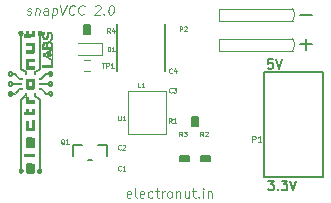
<source format=gto>
G04 #@! TF.FileFunction,Legend,Top*
%FSLAX46Y46*%
G04 Gerber Fmt 4.6, Leading zero omitted, Abs format (unit mm)*
G04 Created by KiCad (PCBNEW 4.0.6) date 07/28/17 12:25:35*
%MOMM*%
%LPD*%
G01*
G04 APERTURE LIST*
%ADD10C,0.100000*%
%ADD11C,0.200000*%
%ADD12C,0.150000*%
%ADD13C,0.050000*%
%ADD14C,0.010000*%
%ADD15C,0.127000*%
%ADD16C,0.120000*%
%ADD17C,0.080000*%
%ADD18R,0.650000X1.060000*%
%ADD19C,3.216000*%
%ADD20R,1.651000X1.651000*%
%ADD21C,1.651000*%
%ADD22R,1.100000X1.000000*%
%ADD23R,3.700000X1.200000*%
%ADD24R,1.016000X1.143000*%
%ADD25R,1.000000X1.100000*%
%ADD26R,0.800000X0.800000*%
%ADD27C,0.800000*%
%ADD28R,1.200000X1.200000*%
%ADD29R,1.500000X1.000000*%
%ADD30R,0.600000X0.500000*%
%ADD31R,0.800000X0.150000*%
G04 APERTURE END LIST*
D10*
X152908000Y-99949000D02*
X159131000Y-99949000D01*
X152908000Y-97409000D02*
X159131000Y-97409000D01*
X152908000Y-98425000D02*
X159131000Y-98425000D01*
X152908000Y-100965000D02*
X159131000Y-100965000D01*
X159131000Y-100965000D02*
G75*
G03X159131000Y-99949000I-508000J508000D01*
G01*
X152908000Y-99949000D02*
X152908000Y-100965000D01*
X152908000Y-97409000D02*
X152908000Y-98425000D01*
X159131000Y-98425000D02*
G75*
G03X159131000Y-97409000I-508000J508000D01*
G01*
D11*
X160750190Y-97954714D02*
X159797809Y-97954714D01*
D10*
X136637381Y-97859810D02*
X136708809Y-97897905D01*
X136861190Y-97897905D01*
X136942143Y-97859810D01*
X136989762Y-97783619D01*
X136994524Y-97745524D01*
X136965952Y-97669333D01*
X136894523Y-97631238D01*
X136780238Y-97631238D01*
X136708809Y-97593143D01*
X136680238Y-97516952D01*
X136685000Y-97478857D01*
X136732619Y-97402667D01*
X136813572Y-97364571D01*
X136927857Y-97364571D01*
X136999286Y-97402667D01*
X137385000Y-97364571D02*
X137318333Y-97897905D01*
X137375476Y-97440762D02*
X137418333Y-97402667D01*
X137499286Y-97364571D01*
X137613572Y-97364571D01*
X137685000Y-97402667D01*
X137713571Y-97478857D01*
X137661190Y-97897905D01*
X138385000Y-97897905D02*
X138437381Y-97478857D01*
X138408810Y-97402667D01*
X138337382Y-97364571D01*
X138185001Y-97364571D01*
X138104048Y-97402667D01*
X138389762Y-97859810D02*
X138308810Y-97897905D01*
X138118334Y-97897905D01*
X138046905Y-97859810D01*
X138018334Y-97783619D01*
X138027857Y-97707429D01*
X138075476Y-97631238D01*
X138156429Y-97593143D01*
X138346905Y-97593143D01*
X138427857Y-97555048D01*
X138832620Y-97364571D02*
X138732620Y-98164571D01*
X138827858Y-97402667D02*
X138908811Y-97364571D01*
X139061192Y-97364571D01*
X139132620Y-97402667D01*
X139165953Y-97440762D01*
X139194525Y-97516952D01*
X139165954Y-97745524D01*
X139118334Y-97821714D01*
X139075477Y-97859810D01*
X138994525Y-97897905D01*
X138842144Y-97897905D01*
X138770715Y-97859810D01*
X139475477Y-97097905D02*
X139642144Y-97897905D01*
X140008811Y-97097905D01*
X140642144Y-97821714D02*
X140599287Y-97859810D01*
X140480239Y-97897905D01*
X140404049Y-97897905D01*
X140294525Y-97859810D01*
X140227858Y-97783619D01*
X140199286Y-97707429D01*
X140180239Y-97555048D01*
X140194525Y-97440762D01*
X140251667Y-97288381D01*
X140299286Y-97212190D01*
X140385001Y-97136000D01*
X140504049Y-97097905D01*
X140580239Y-97097905D01*
X140689763Y-97136000D01*
X140723096Y-97174095D01*
X141442144Y-97821714D02*
X141399287Y-97859810D01*
X141280239Y-97897905D01*
X141204049Y-97897905D01*
X141094525Y-97859810D01*
X141027858Y-97783619D01*
X140999286Y-97707429D01*
X140980239Y-97555048D01*
X140994525Y-97440762D01*
X141051667Y-97288381D01*
X141099286Y-97212190D01*
X141185001Y-97136000D01*
X141304049Y-97097905D01*
X141380239Y-97097905D01*
X141489763Y-97136000D01*
X141523096Y-97174095D01*
X142437382Y-97174095D02*
X142480239Y-97136000D01*
X142561192Y-97097905D01*
X142751668Y-97097905D01*
X142823096Y-97136000D01*
X142856430Y-97174095D01*
X142885001Y-97250286D01*
X142875478Y-97326476D01*
X142823097Y-97440762D01*
X142308811Y-97897905D01*
X142804049Y-97897905D01*
X143156430Y-97821714D02*
X143189763Y-97859810D01*
X143146906Y-97897905D01*
X143113573Y-97859810D01*
X143156430Y-97821714D01*
X143146906Y-97897905D01*
X143780239Y-97097905D02*
X143856430Y-97097905D01*
X143927858Y-97136000D01*
X143961191Y-97174095D01*
X143989763Y-97250286D01*
X144008811Y-97402667D01*
X143985001Y-97593143D01*
X143927859Y-97745524D01*
X143880239Y-97821714D01*
X143837382Y-97859810D01*
X143756430Y-97897905D01*
X143680239Y-97897905D01*
X143608811Y-97859810D01*
X143575477Y-97821714D01*
X143546906Y-97745524D01*
X143527858Y-97593143D01*
X143551668Y-97402667D01*
X143608810Y-97250286D01*
X143656429Y-97174095D01*
X143699287Y-97136000D01*
X143780239Y-97097905D01*
D12*
X157061048Y-111956905D02*
X157556286Y-111956905D01*
X157289619Y-112261667D01*
X157403905Y-112261667D01*
X157480095Y-112299762D01*
X157518191Y-112337857D01*
X157556286Y-112414048D01*
X157556286Y-112604524D01*
X157518191Y-112680714D01*
X157480095Y-112718810D01*
X157403905Y-112756905D01*
X157175333Y-112756905D01*
X157099143Y-112718810D01*
X157061048Y-112680714D01*
X157899143Y-112680714D02*
X157937238Y-112718810D01*
X157899143Y-112756905D01*
X157861048Y-112718810D01*
X157899143Y-112680714D01*
X157899143Y-112756905D01*
X158203905Y-111956905D02*
X158699143Y-111956905D01*
X158432476Y-112261667D01*
X158546762Y-112261667D01*
X158622952Y-112299762D01*
X158661048Y-112337857D01*
X158699143Y-112414048D01*
X158699143Y-112604524D01*
X158661048Y-112680714D01*
X158622952Y-112718810D01*
X158546762Y-112756905D01*
X158318190Y-112756905D01*
X158242000Y-112718810D01*
X158203905Y-112680714D01*
X158927714Y-111956905D02*
X159194381Y-112756905D01*
X159461048Y-111956905D01*
X157454620Y-101669905D02*
X157073667Y-101669905D01*
X157035572Y-102050857D01*
X157073667Y-102012762D01*
X157149858Y-101974667D01*
X157340334Y-101974667D01*
X157416524Y-102012762D01*
X157454620Y-102050857D01*
X157492715Y-102127048D01*
X157492715Y-102317524D01*
X157454620Y-102393714D01*
X157416524Y-102431810D01*
X157340334Y-102469905D01*
X157149858Y-102469905D01*
X157073667Y-102431810D01*
X157035572Y-102393714D01*
X157721286Y-101669905D02*
X157987953Y-102469905D01*
X158254620Y-101669905D01*
D11*
X160750190Y-100419286D02*
X159797809Y-100419286D01*
X160273999Y-100895476D02*
X160273999Y-99943095D01*
D10*
X145440809Y-113353810D02*
X145364619Y-113391905D01*
X145212238Y-113391905D01*
X145136047Y-113353810D01*
X145097952Y-113277619D01*
X145097952Y-112972857D01*
X145136047Y-112896667D01*
X145212238Y-112858571D01*
X145364619Y-112858571D01*
X145440809Y-112896667D01*
X145478904Y-112972857D01*
X145478904Y-113049048D01*
X145097952Y-113125238D01*
X145936047Y-113391905D02*
X145859856Y-113353810D01*
X145821761Y-113277619D01*
X145821761Y-112591905D01*
X146545571Y-113353810D02*
X146469381Y-113391905D01*
X146317000Y-113391905D01*
X146240809Y-113353810D01*
X146202714Y-113277619D01*
X146202714Y-112972857D01*
X146240809Y-112896667D01*
X146317000Y-112858571D01*
X146469381Y-112858571D01*
X146545571Y-112896667D01*
X146583666Y-112972857D01*
X146583666Y-113049048D01*
X146202714Y-113125238D01*
X147269380Y-113353810D02*
X147193190Y-113391905D01*
X147040809Y-113391905D01*
X146964618Y-113353810D01*
X146926523Y-113315714D01*
X146888428Y-113239524D01*
X146888428Y-113010952D01*
X146926523Y-112934762D01*
X146964618Y-112896667D01*
X147040809Y-112858571D01*
X147193190Y-112858571D01*
X147269380Y-112896667D01*
X147497951Y-112858571D02*
X147802713Y-112858571D01*
X147612237Y-112591905D02*
X147612237Y-113277619D01*
X147650332Y-113353810D01*
X147726523Y-113391905D01*
X147802713Y-113391905D01*
X148069380Y-113391905D02*
X148069380Y-112858571D01*
X148069380Y-113010952D02*
X148107475Y-112934762D01*
X148145571Y-112896667D01*
X148221761Y-112858571D01*
X148297952Y-112858571D01*
X148678904Y-113391905D02*
X148602713Y-113353810D01*
X148564618Y-113315714D01*
X148526523Y-113239524D01*
X148526523Y-113010952D01*
X148564618Y-112934762D01*
X148602713Y-112896667D01*
X148678904Y-112858571D01*
X148793190Y-112858571D01*
X148869380Y-112896667D01*
X148907475Y-112934762D01*
X148945571Y-113010952D01*
X148945571Y-113239524D01*
X148907475Y-113315714D01*
X148869380Y-113353810D01*
X148793190Y-113391905D01*
X148678904Y-113391905D01*
X149288428Y-112858571D02*
X149288428Y-113391905D01*
X149288428Y-112934762D02*
X149326523Y-112896667D01*
X149402714Y-112858571D01*
X149517000Y-112858571D01*
X149593190Y-112896667D01*
X149631285Y-112972857D01*
X149631285Y-113391905D01*
X150355095Y-112858571D02*
X150355095Y-113391905D01*
X150012238Y-112858571D02*
X150012238Y-113277619D01*
X150050333Y-113353810D01*
X150126524Y-113391905D01*
X150240810Y-113391905D01*
X150317000Y-113353810D01*
X150355095Y-113315714D01*
X150621762Y-112858571D02*
X150926524Y-112858571D01*
X150736048Y-112591905D02*
X150736048Y-113277619D01*
X150774143Y-113353810D01*
X150850334Y-113391905D01*
X150926524Y-113391905D01*
X151193191Y-113315714D02*
X151231286Y-113353810D01*
X151193191Y-113391905D01*
X151155096Y-113353810D01*
X151193191Y-113315714D01*
X151193191Y-113391905D01*
X151574143Y-113391905D02*
X151574143Y-112858571D01*
X151574143Y-112591905D02*
X151536048Y-112630000D01*
X151574143Y-112668095D01*
X151612238Y-112630000D01*
X151574143Y-112591905D01*
X151574143Y-112668095D01*
X151955095Y-112858571D02*
X151955095Y-113391905D01*
X151955095Y-112934762D02*
X151993190Y-112896667D01*
X152069381Y-112858571D01*
X152183667Y-112858571D01*
X152259857Y-112896667D01*
X152297952Y-112972857D01*
X152297952Y-113391905D01*
D13*
X148412000Y-104372000D02*
X148412000Y-107972000D01*
X148412000Y-107972000D02*
X145212000Y-107972000D01*
X145212000Y-107972000D02*
X145212000Y-104372000D01*
X145212000Y-104372000D02*
X148412000Y-104372000D01*
D14*
G36*
X137848248Y-104099360D02*
X138240508Y-104526080D01*
X138437335Y-104526080D01*
X138445746Y-104500976D01*
X138457062Y-104477449D01*
X138474610Y-104452773D01*
X138495866Y-104429934D01*
X138518304Y-104411912D01*
X138524222Y-104408267D01*
X138561217Y-104392460D01*
X138598881Y-104386082D01*
X138635994Y-104388603D01*
X138671332Y-104399490D01*
X138703674Y-104418215D01*
X138731799Y-104444245D01*
X138754485Y-104477049D01*
X138770242Y-104515186D01*
X138776979Y-104547621D01*
X138779197Y-104581857D01*
X138776671Y-104613244D01*
X138775282Y-104620060D01*
X138761650Y-104658755D01*
X138740755Y-104692880D01*
X138713906Y-104721437D01*
X138682412Y-104743427D01*
X138647582Y-104757850D01*
X138614140Y-104763166D01*
X138614140Y-104667704D01*
X138638424Y-104661165D01*
X138660594Y-104647086D01*
X138679055Y-104625567D01*
X138688718Y-104606623D01*
X138692593Y-104586633D01*
X138691330Y-104562526D01*
X138685470Y-104538370D01*
X138677322Y-104520907D01*
X138659265Y-104500141D01*
X138637135Y-104487071D01*
X138612758Y-104481491D01*
X138587965Y-104483197D01*
X138564584Y-104491984D01*
X138544444Y-104507647D01*
X138529373Y-104529982D01*
X138526154Y-104537841D01*
X138522247Y-104556395D01*
X138521286Y-104578692D01*
X138523175Y-104600231D01*
X138527817Y-104616503D01*
X138544582Y-104641103D01*
X138565622Y-104657771D01*
X138589340Y-104666605D01*
X138614140Y-104667704D01*
X138614140Y-104763166D01*
X138610726Y-104763709D01*
X138588324Y-104762714D01*
X138554691Y-104754330D01*
X138522352Y-104738478D01*
X138493035Y-104716645D01*
X138468469Y-104690320D01*
X138450383Y-104660990D01*
X138441789Y-104636570D01*
X138438545Y-104622600D01*
X138206141Y-104622600D01*
X138007759Y-104406802D01*
X137809377Y-104191003D01*
X137721915Y-104190902D01*
X137634452Y-104190800D01*
X137634452Y-104099360D01*
X137848248Y-104099360D01*
X137848248Y-104099360D01*
G37*
X137848248Y-104099360D02*
X138240508Y-104526080D01*
X138437335Y-104526080D01*
X138445746Y-104500976D01*
X138457062Y-104477449D01*
X138474610Y-104452773D01*
X138495866Y-104429934D01*
X138518304Y-104411912D01*
X138524222Y-104408267D01*
X138561217Y-104392460D01*
X138598881Y-104386082D01*
X138635994Y-104388603D01*
X138671332Y-104399490D01*
X138703674Y-104418215D01*
X138731799Y-104444245D01*
X138754485Y-104477049D01*
X138770242Y-104515186D01*
X138776979Y-104547621D01*
X138779197Y-104581857D01*
X138776671Y-104613244D01*
X138775282Y-104620060D01*
X138761650Y-104658755D01*
X138740755Y-104692880D01*
X138713906Y-104721437D01*
X138682412Y-104743427D01*
X138647582Y-104757850D01*
X138614140Y-104763166D01*
X138614140Y-104667704D01*
X138638424Y-104661165D01*
X138660594Y-104647086D01*
X138679055Y-104625567D01*
X138688718Y-104606623D01*
X138692593Y-104586633D01*
X138691330Y-104562526D01*
X138685470Y-104538370D01*
X138677322Y-104520907D01*
X138659265Y-104500141D01*
X138637135Y-104487071D01*
X138612758Y-104481491D01*
X138587965Y-104483197D01*
X138564584Y-104491984D01*
X138544444Y-104507647D01*
X138529373Y-104529982D01*
X138526154Y-104537841D01*
X138522247Y-104556395D01*
X138521286Y-104578692D01*
X138523175Y-104600231D01*
X138527817Y-104616503D01*
X138544582Y-104641103D01*
X138565622Y-104657771D01*
X138589340Y-104666605D01*
X138614140Y-104667704D01*
X138614140Y-104763166D01*
X138610726Y-104763709D01*
X138588324Y-104762714D01*
X138554691Y-104754330D01*
X138522352Y-104738478D01*
X138493035Y-104716645D01*
X138468469Y-104690320D01*
X138450383Y-104660990D01*
X138441789Y-104636570D01*
X138438545Y-104622600D01*
X138206141Y-104622600D01*
X138007759Y-104406802D01*
X137809377Y-104191003D01*
X137721915Y-104190902D01*
X137634452Y-104190800D01*
X137634452Y-104099360D01*
X137848248Y-104099360D01*
G36*
X138034773Y-103682800D02*
X138106110Y-103682791D01*
X138168469Y-103682755D01*
X138222455Y-103682677D01*
X138268676Y-103682545D01*
X138307737Y-103682346D01*
X138340246Y-103682066D01*
X138366807Y-103681692D01*
X138388028Y-103681210D01*
X138404515Y-103680607D01*
X138416875Y-103679869D01*
X138425713Y-103678984D01*
X138431636Y-103677938D01*
X138435250Y-103676717D01*
X138437162Y-103675308D01*
X138437916Y-103673910D01*
X138455633Y-103632618D01*
X138480244Y-103598064D01*
X138511326Y-103570778D01*
X138529594Y-103559797D01*
X138546280Y-103551581D01*
X138560018Y-103546600D01*
X138574388Y-103544063D01*
X138592968Y-103543174D01*
X138604924Y-103543100D01*
X138626947Y-103543463D01*
X138642973Y-103545080D01*
X138656577Y-103548743D01*
X138671338Y-103555244D01*
X138680194Y-103559766D01*
X138713133Y-103581978D01*
X138740536Y-103610691D01*
X138760773Y-103644064D01*
X138765816Y-103656376D01*
X138773504Y-103685657D01*
X138777581Y-103718558D01*
X138777786Y-103750927D01*
X138773857Y-103778613D01*
X138773580Y-103779679D01*
X138759401Y-103816090D01*
X138737800Y-103849963D01*
X138710680Y-103878912D01*
X138679944Y-103900552D01*
X138675257Y-103902963D01*
X138662212Y-103908401D01*
X138648268Y-103911739D01*
X138630584Y-103913419D01*
X138609219Y-103913827D01*
X138609219Y-103823243D01*
X138634365Y-103817560D01*
X138657181Y-103803798D01*
X138675983Y-103782513D01*
X138684527Y-103766620D01*
X138691710Y-103745112D01*
X138692834Y-103724723D01*
X138688581Y-103702008D01*
X138677133Y-103675114D01*
X138659627Y-103654633D01*
X138637782Y-103641045D01*
X138613322Y-103634829D01*
X138587968Y-103636463D01*
X138563440Y-103646428D01*
X138544455Y-103661883D01*
X138527592Y-103686256D01*
X138519060Y-103713409D01*
X138518675Y-103741454D01*
X138526254Y-103768504D01*
X138541612Y-103792671D01*
X138558663Y-103808154D01*
X138583424Y-103820293D01*
X138609219Y-103823243D01*
X138609219Y-103913827D01*
X138606319Y-103913883D01*
X138604924Y-103913882D01*
X138581161Y-103913491D01*
X138564064Y-103912052D01*
X138550726Y-103909060D01*
X138538243Y-103904012D01*
X138533037Y-103901406D01*
X138508360Y-103885083D01*
X138484492Y-103863073D01*
X138463890Y-103838097D01*
X138449015Y-103812880D01*
X138445674Y-103804665D01*
X138435861Y-103776780D01*
X138035157Y-103775481D01*
X137634452Y-103774182D01*
X137634452Y-103682800D01*
X138034773Y-103682800D01*
X138034773Y-103682800D01*
G37*
X138034773Y-103682800D02*
X138106110Y-103682791D01*
X138168469Y-103682755D01*
X138222455Y-103682677D01*
X138268676Y-103682545D01*
X138307737Y-103682346D01*
X138340246Y-103682066D01*
X138366807Y-103681692D01*
X138388028Y-103681210D01*
X138404515Y-103680607D01*
X138416875Y-103679869D01*
X138425713Y-103678984D01*
X138431636Y-103677938D01*
X138435250Y-103676717D01*
X138437162Y-103675308D01*
X138437916Y-103673910D01*
X138455633Y-103632618D01*
X138480244Y-103598064D01*
X138511326Y-103570778D01*
X138529594Y-103559797D01*
X138546280Y-103551581D01*
X138560018Y-103546600D01*
X138574388Y-103544063D01*
X138592968Y-103543174D01*
X138604924Y-103543100D01*
X138626947Y-103543463D01*
X138642973Y-103545080D01*
X138656577Y-103548743D01*
X138671338Y-103555244D01*
X138680194Y-103559766D01*
X138713133Y-103581978D01*
X138740536Y-103610691D01*
X138760773Y-103644064D01*
X138765816Y-103656376D01*
X138773504Y-103685657D01*
X138777581Y-103718558D01*
X138777786Y-103750927D01*
X138773857Y-103778613D01*
X138773580Y-103779679D01*
X138759401Y-103816090D01*
X138737800Y-103849963D01*
X138710680Y-103878912D01*
X138679944Y-103900552D01*
X138675257Y-103902963D01*
X138662212Y-103908401D01*
X138648268Y-103911739D01*
X138630584Y-103913419D01*
X138609219Y-103913827D01*
X138609219Y-103823243D01*
X138634365Y-103817560D01*
X138657181Y-103803798D01*
X138675983Y-103782513D01*
X138684527Y-103766620D01*
X138691710Y-103745112D01*
X138692834Y-103724723D01*
X138688581Y-103702008D01*
X138677133Y-103675114D01*
X138659627Y-103654633D01*
X138637782Y-103641045D01*
X138613322Y-103634829D01*
X138587968Y-103636463D01*
X138563440Y-103646428D01*
X138544455Y-103661883D01*
X138527592Y-103686256D01*
X138519060Y-103713409D01*
X138518675Y-103741454D01*
X138526254Y-103768504D01*
X138541612Y-103792671D01*
X138558663Y-103808154D01*
X138583424Y-103820293D01*
X138609219Y-103823243D01*
X138609219Y-103913827D01*
X138606319Y-103913883D01*
X138604924Y-103913882D01*
X138581161Y-103913491D01*
X138564064Y-103912052D01*
X138550726Y-103909060D01*
X138538243Y-103904012D01*
X138533037Y-103901406D01*
X138508360Y-103885083D01*
X138484492Y-103863073D01*
X138463890Y-103838097D01*
X138449015Y-103812880D01*
X138445674Y-103804665D01*
X138435861Y-103776780D01*
X138035157Y-103775481D01*
X137634452Y-103774182D01*
X137634452Y-103682800D01*
X138034773Y-103682800D01*
G36*
X137805943Y-103266240D02*
X138206073Y-102834440D01*
X138433889Y-102834440D01*
X138448355Y-102801671D01*
X138468828Y-102765935D01*
X138495707Y-102735435D01*
X138527051Y-102712275D01*
X138534492Y-102708305D01*
X138549894Y-102701405D01*
X138564139Y-102697291D01*
X138580719Y-102695294D01*
X138603122Y-102694742D01*
X138605025Y-102694740D01*
X138627056Y-102695109D01*
X138643091Y-102696742D01*
X138656709Y-102700427D01*
X138671487Y-102706954D01*
X138679895Y-102711250D01*
X138715158Y-102734864D01*
X138743005Y-102764764D01*
X138763074Y-102800355D01*
X138775001Y-102841041D01*
X138778323Y-102872540D01*
X138778172Y-102898875D01*
X138776011Y-102921587D01*
X138773408Y-102933500D01*
X138755648Y-102975816D01*
X138731151Y-103011117D01*
X138700186Y-103039066D01*
X138679239Y-103051842D01*
X138665615Y-103058359D01*
X138653181Y-103062436D01*
X138638948Y-103064625D01*
X138619928Y-103065479D01*
X138604924Y-103065580D01*
X138598646Y-103065486D01*
X138598646Y-102975432D01*
X138625149Y-102973706D01*
X138650058Y-102962083D01*
X138666528Y-102947787D01*
X138683866Y-102922888D01*
X138692387Y-102895049D01*
X138691816Y-102865695D01*
X138686167Y-102845777D01*
X138671124Y-102818600D01*
X138650859Y-102799887D01*
X138625588Y-102789798D01*
X138607511Y-102787944D01*
X138579013Y-102792046D01*
X138555003Y-102804138D01*
X138536669Y-102823149D01*
X138525200Y-102848009D01*
X138522146Y-102864849D01*
X138522422Y-102899147D01*
X138530162Y-102927198D01*
X138545525Y-102949333D01*
X138568669Y-102965886D01*
X138571179Y-102967132D01*
X138598646Y-102975432D01*
X138598646Y-103065486D01*
X138581216Y-103065225D01*
X138564177Y-103063823D01*
X138550907Y-103060872D01*
X138538504Y-103055871D01*
X138533037Y-103053132D01*
X138502529Y-103032162D01*
X138475117Y-103003480D01*
X138452705Y-102969455D01*
X138437916Y-102934770D01*
X138436200Y-102931725D01*
X138432419Y-102929462D01*
X138425313Y-102927866D01*
X138413622Y-102926824D01*
X138396085Y-102926222D01*
X138371443Y-102925945D01*
X138339656Y-102925880D01*
X138244220Y-102925880D01*
X138045968Y-103141545D01*
X137847717Y-103357209D01*
X137741084Y-103357445D01*
X137634452Y-103357680D01*
X137634452Y-103266240D01*
X137805943Y-103266240D01*
X137805943Y-103266240D01*
G37*
X137805943Y-103266240D02*
X138206073Y-102834440D01*
X138433889Y-102834440D01*
X138448355Y-102801671D01*
X138468828Y-102765935D01*
X138495707Y-102735435D01*
X138527051Y-102712275D01*
X138534492Y-102708305D01*
X138549894Y-102701405D01*
X138564139Y-102697291D01*
X138580719Y-102695294D01*
X138603122Y-102694742D01*
X138605025Y-102694740D01*
X138627056Y-102695109D01*
X138643091Y-102696742D01*
X138656709Y-102700427D01*
X138671487Y-102706954D01*
X138679895Y-102711250D01*
X138715158Y-102734864D01*
X138743005Y-102764764D01*
X138763074Y-102800355D01*
X138775001Y-102841041D01*
X138778323Y-102872540D01*
X138778172Y-102898875D01*
X138776011Y-102921587D01*
X138773408Y-102933500D01*
X138755648Y-102975816D01*
X138731151Y-103011117D01*
X138700186Y-103039066D01*
X138679239Y-103051842D01*
X138665615Y-103058359D01*
X138653181Y-103062436D01*
X138638948Y-103064625D01*
X138619928Y-103065479D01*
X138604924Y-103065580D01*
X138598646Y-103065486D01*
X138598646Y-102975432D01*
X138625149Y-102973706D01*
X138650058Y-102962083D01*
X138666528Y-102947787D01*
X138683866Y-102922888D01*
X138692387Y-102895049D01*
X138691816Y-102865695D01*
X138686167Y-102845777D01*
X138671124Y-102818600D01*
X138650859Y-102799887D01*
X138625588Y-102789798D01*
X138607511Y-102787944D01*
X138579013Y-102792046D01*
X138555003Y-102804138D01*
X138536669Y-102823149D01*
X138525200Y-102848009D01*
X138522146Y-102864849D01*
X138522422Y-102899147D01*
X138530162Y-102927198D01*
X138545525Y-102949333D01*
X138568669Y-102965886D01*
X138571179Y-102967132D01*
X138598646Y-102975432D01*
X138598646Y-103065486D01*
X138581216Y-103065225D01*
X138564177Y-103063823D01*
X138550907Y-103060872D01*
X138538504Y-103055871D01*
X138533037Y-103053132D01*
X138502529Y-103032162D01*
X138475117Y-103003480D01*
X138452705Y-102969455D01*
X138437916Y-102934770D01*
X138436200Y-102931725D01*
X138432419Y-102929462D01*
X138425313Y-102927866D01*
X138413622Y-102926824D01*
X138396085Y-102926222D01*
X138371443Y-102925945D01*
X138339656Y-102925880D01*
X138244220Y-102925880D01*
X138045968Y-103141545D01*
X137847717Y-103357209D01*
X137741084Y-103357445D01*
X137634452Y-103357680D01*
X137634452Y-103266240D01*
X137805943Y-103266240D01*
G36*
X137935842Y-99613185D02*
X137941374Y-99561781D01*
X137948447Y-99516727D01*
X137957780Y-99474248D01*
X137970092Y-99430573D01*
X137971522Y-99425971D01*
X137986698Y-99377500D01*
X138050198Y-99376083D01*
X138073608Y-99375710D01*
X138093127Y-99375683D01*
X138106994Y-99375984D01*
X138113447Y-99376592D01*
X138113698Y-99376774D01*
X138111233Y-99381720D01*
X138104741Y-99392777D01*
X138095575Y-99407648D01*
X138094636Y-99409141D01*
X138065922Y-99463536D01*
X138044263Y-99523872D01*
X138030061Y-99588779D01*
X138023969Y-99650398D01*
X138023701Y-99701759D01*
X138028044Y-99745464D01*
X138037330Y-99782949D01*
X138051893Y-99815650D01*
X138068079Y-99839996D01*
X138090497Y-99861629D01*
X138117445Y-99875994D01*
X138146937Y-99882932D01*
X138176987Y-99882282D01*
X138205609Y-99873884D01*
X138230817Y-99857577D01*
X138235146Y-99853481D01*
X138245090Y-99842213D01*
X138253716Y-99829192D01*
X138261399Y-99813214D01*
X138268514Y-99793073D01*
X138275437Y-99767567D01*
X138282542Y-99735490D01*
X138290203Y-99695637D01*
X138297938Y-99651820D01*
X138307977Y-99596711D01*
X138317798Y-99550453D01*
X138327853Y-99511762D01*
X138338594Y-99479356D01*
X138350473Y-99451951D01*
X138363943Y-99428263D01*
X138379457Y-99407008D01*
X138387557Y-99397523D01*
X138410308Y-99375969D01*
X138435689Y-99360358D01*
X138466165Y-99349419D01*
X138491817Y-99343869D01*
X138535745Y-99341037D01*
X138578044Y-99347737D01*
X138618009Y-99363390D01*
X138654937Y-99387413D01*
X138688121Y-99419228D01*
X138716859Y-99458254D01*
X138740446Y-99503909D01*
X138758178Y-99555615D01*
X138760664Y-99565401D01*
X138766028Y-99594876D01*
X138769981Y-99631319D01*
X138772381Y-99671624D01*
X138773086Y-99712688D01*
X138771956Y-99751407D01*
X138770180Y-99773740D01*
X138761675Y-99831376D01*
X138748398Y-99891906D01*
X138731500Y-99950236D01*
X138728051Y-99960430D01*
X138710867Y-100009960D01*
X138644317Y-100009960D01*
X138620476Y-100009704D01*
X138600650Y-100008999D01*
X138586505Y-100007944D01*
X138579708Y-100006637D01*
X138579369Y-100006150D01*
X138582578Y-100000453D01*
X138589797Y-99988454D01*
X138599723Y-99972310D01*
X138604571Y-99964514D01*
X138637040Y-99903380D01*
X138661230Y-99837792D01*
X138676732Y-99769092D01*
X138682855Y-99707302D01*
X138682352Y-99651183D01*
X138676183Y-99601513D01*
X138664580Y-99558696D01*
X138647777Y-99523136D01*
X138626005Y-99495238D01*
X138599497Y-99475405D01*
X138568485Y-99464043D01*
X138541527Y-99461320D01*
X138508559Y-99464628D01*
X138481938Y-99475005D01*
X138460557Y-99493129D01*
X138443312Y-99519681D01*
X138441929Y-99522497D01*
X138434858Y-99538611D01*
X138428568Y-99556405D01*
X138422674Y-99577462D01*
X138416790Y-99603366D01*
X138410531Y-99635700D01*
X138403512Y-99676049D01*
X138401206Y-99689920D01*
X138393917Y-99733011D01*
X138387536Y-99767795D01*
X138381630Y-99796026D01*
X138375764Y-99819456D01*
X138369507Y-99839840D01*
X138362423Y-99858931D01*
X138355237Y-99875886D01*
X138332226Y-99917773D01*
X138303955Y-99951199D01*
X138270182Y-99976361D01*
X138230664Y-99993454D01*
X138201141Y-100000440D01*
X138156803Y-100003165D01*
X138114085Y-99996330D01*
X138074140Y-99980346D01*
X138038123Y-99955626D01*
X138016931Y-99934573D01*
X137985519Y-99891170D01*
X137961367Y-99841356D01*
X137944557Y-99785448D01*
X137935168Y-99723764D01*
X137933281Y-99656623D01*
X137935842Y-99613185D01*
X137935842Y-99613185D01*
G37*
X137935842Y-99613185D02*
X137941374Y-99561781D01*
X137948447Y-99516727D01*
X137957780Y-99474248D01*
X137970092Y-99430573D01*
X137971522Y-99425971D01*
X137986698Y-99377500D01*
X138050198Y-99376083D01*
X138073608Y-99375710D01*
X138093127Y-99375683D01*
X138106994Y-99375984D01*
X138113447Y-99376592D01*
X138113698Y-99376774D01*
X138111233Y-99381720D01*
X138104741Y-99392777D01*
X138095575Y-99407648D01*
X138094636Y-99409141D01*
X138065922Y-99463536D01*
X138044263Y-99523872D01*
X138030061Y-99588779D01*
X138023969Y-99650398D01*
X138023701Y-99701759D01*
X138028044Y-99745464D01*
X138037330Y-99782949D01*
X138051893Y-99815650D01*
X138068079Y-99839996D01*
X138090497Y-99861629D01*
X138117445Y-99875994D01*
X138146937Y-99882932D01*
X138176987Y-99882282D01*
X138205609Y-99873884D01*
X138230817Y-99857577D01*
X138235146Y-99853481D01*
X138245090Y-99842213D01*
X138253716Y-99829192D01*
X138261399Y-99813214D01*
X138268514Y-99793073D01*
X138275437Y-99767567D01*
X138282542Y-99735490D01*
X138290203Y-99695637D01*
X138297938Y-99651820D01*
X138307977Y-99596711D01*
X138317798Y-99550453D01*
X138327853Y-99511762D01*
X138338594Y-99479356D01*
X138350473Y-99451951D01*
X138363943Y-99428263D01*
X138379457Y-99407008D01*
X138387557Y-99397523D01*
X138410308Y-99375969D01*
X138435689Y-99360358D01*
X138466165Y-99349419D01*
X138491817Y-99343869D01*
X138535745Y-99341037D01*
X138578044Y-99347737D01*
X138618009Y-99363390D01*
X138654937Y-99387413D01*
X138688121Y-99419228D01*
X138716859Y-99458254D01*
X138740446Y-99503909D01*
X138758178Y-99555615D01*
X138760664Y-99565401D01*
X138766028Y-99594876D01*
X138769981Y-99631319D01*
X138772381Y-99671624D01*
X138773086Y-99712688D01*
X138771956Y-99751407D01*
X138770180Y-99773740D01*
X138761675Y-99831376D01*
X138748398Y-99891906D01*
X138731500Y-99950236D01*
X138728051Y-99960430D01*
X138710867Y-100009960D01*
X138644317Y-100009960D01*
X138620476Y-100009704D01*
X138600650Y-100008999D01*
X138586505Y-100007944D01*
X138579708Y-100006637D01*
X138579369Y-100006150D01*
X138582578Y-100000453D01*
X138589797Y-99988454D01*
X138599723Y-99972310D01*
X138604571Y-99964514D01*
X138637040Y-99903380D01*
X138661230Y-99837792D01*
X138676732Y-99769092D01*
X138682855Y-99707302D01*
X138682352Y-99651183D01*
X138676183Y-99601513D01*
X138664580Y-99558696D01*
X138647777Y-99523136D01*
X138626005Y-99495238D01*
X138599497Y-99475405D01*
X138568485Y-99464043D01*
X138541527Y-99461320D01*
X138508559Y-99464628D01*
X138481938Y-99475005D01*
X138460557Y-99493129D01*
X138443312Y-99519681D01*
X138441929Y-99522497D01*
X138434858Y-99538611D01*
X138428568Y-99556405D01*
X138422674Y-99577462D01*
X138416790Y-99603366D01*
X138410531Y-99635700D01*
X138403512Y-99676049D01*
X138401206Y-99689920D01*
X138393917Y-99733011D01*
X138387536Y-99767795D01*
X138381630Y-99796026D01*
X138375764Y-99819456D01*
X138369507Y-99839840D01*
X138362423Y-99858931D01*
X138355237Y-99875886D01*
X138332226Y-99917773D01*
X138303955Y-99951199D01*
X138270182Y-99976361D01*
X138230664Y-99993454D01*
X138201141Y-100000440D01*
X138156803Y-100003165D01*
X138114085Y-99996330D01*
X138074140Y-99980346D01*
X138038123Y-99955626D01*
X138016931Y-99934573D01*
X137985519Y-99891170D01*
X137961367Y-99841356D01*
X137944557Y-99785448D01*
X137935168Y-99723764D01*
X137933281Y-99656623D01*
X137935842Y-99613185D01*
G36*
X138660037Y-102189280D02*
X138660037Y-101757480D01*
X138755886Y-101757480D01*
X138755886Y-102306120D01*
X137950754Y-102306120D01*
X137950754Y-102189280D01*
X138660037Y-102189280D01*
X138660037Y-102189280D01*
G37*
X138660037Y-102189280D02*
X138660037Y-101757480D01*
X138755886Y-101757480D01*
X138755886Y-102306120D01*
X137950754Y-102306120D01*
X137950754Y-102189280D01*
X138660037Y-102189280D01*
G36*
X138017849Y-101267260D02*
X138017849Y-101183440D01*
X138100518Y-101183300D01*
X138183188Y-101183159D01*
X138422811Y-101015696D01*
X138662434Y-100848234D01*
X138755886Y-100848160D01*
X138755886Y-101706680D01*
X138669706Y-101706680D01*
X138669706Y-101681280D01*
X138736717Y-101681280D01*
X138736717Y-100873560D01*
X138666915Y-100873560D01*
X138430000Y-101038660D01*
X138193084Y-101203760D01*
X138041811Y-101203760D01*
X138041811Y-101346000D01*
X138188846Y-101346000D01*
X138669706Y-101681280D01*
X138669706Y-101706680D01*
X138665849Y-101706680D01*
X138184999Y-101371400D01*
X138111009Y-101371400D01*
X138079682Y-101371462D01*
X138056281Y-101370787D01*
X138039653Y-101368089D01*
X138028648Y-101362082D01*
X138022115Y-101351477D01*
X138018902Y-101334989D01*
X138017858Y-101311330D01*
X138017830Y-101279212D01*
X138017849Y-101267260D01*
X138017849Y-101267260D01*
G37*
X138017849Y-101267260D02*
X138017849Y-101183440D01*
X138100518Y-101183300D01*
X138183188Y-101183159D01*
X138422811Y-101015696D01*
X138662434Y-100848234D01*
X138755886Y-100848160D01*
X138755886Y-101706680D01*
X138669706Y-101706680D01*
X138669706Y-101681280D01*
X138736717Y-101681280D01*
X138736717Y-100873560D01*
X138666915Y-100873560D01*
X138430000Y-101038660D01*
X138193084Y-101203760D01*
X138041811Y-101203760D01*
X138041811Y-101346000D01*
X138188846Y-101346000D01*
X138669706Y-101681280D01*
X138669706Y-101706680D01*
X138665849Y-101706680D01*
X138184999Y-101371400D01*
X138111009Y-101371400D01*
X138079682Y-101371462D01*
X138056281Y-101370787D01*
X138039653Y-101368089D01*
X138028648Y-101362082D01*
X138022115Y-101351477D01*
X138018902Y-101334989D01*
X138017858Y-101311330D01*
X138017830Y-101279212D01*
X138017849Y-101267260D01*
G36*
X137950830Y-100641150D02*
X137951084Y-100577978D01*
X137951849Y-100523908D01*
X137953236Y-100477896D01*
X137955356Y-100438892D01*
X137958318Y-100405851D01*
X137962233Y-100377724D01*
X137967212Y-100353464D01*
X137973363Y-100332024D01*
X137980797Y-100312357D01*
X137986828Y-100299078D01*
X138005451Y-100268000D01*
X138028483Y-100244372D01*
X138054938Y-100227423D01*
X138071459Y-100219288D01*
X138085077Y-100214357D01*
X138099339Y-100211851D01*
X138117794Y-100210995D01*
X138130149Y-100210942D01*
X138153496Y-100211499D01*
X138170747Y-100213487D01*
X138185361Y-100217553D01*
X138200181Y-100224040D01*
X138231745Y-100243329D01*
X138258133Y-100268481D01*
X138279183Y-100297548D01*
X138288248Y-100311476D01*
X138295098Y-100320979D01*
X138298245Y-100323996D01*
X138300395Y-100318724D01*
X138304616Y-100306431D01*
X138310003Y-100289751D01*
X138310126Y-100289360D01*
X138328978Y-100243925D01*
X138354302Y-100205678D01*
X138385399Y-100175072D01*
X138421571Y-100152565D01*
X138462120Y-100138610D01*
X138506348Y-100133663D01*
X138544503Y-100136589D01*
X138589991Y-100148478D01*
X138630492Y-100168856D01*
X138665732Y-100197364D01*
X138695434Y-100233643D01*
X138719323Y-100277334D01*
X138737124Y-100328078D01*
X138748560Y-100385517D01*
X138750851Y-100405469D01*
X138752101Y-100423766D01*
X138753237Y-100450484D01*
X138754221Y-100483886D01*
X138755012Y-100522232D01*
X138755571Y-100563785D01*
X138755857Y-100606806D01*
X138755886Y-100625179D01*
X138755886Y-100792280D01*
X138664830Y-100792280D01*
X138664830Y-100675440D01*
X138664663Y-100554790D01*
X138664232Y-100504120D01*
X138663109Y-100461221D01*
X138661325Y-100426810D01*
X138658909Y-100401602D01*
X138658040Y-100395785D01*
X138647083Y-100351593D01*
X138630494Y-100315552D01*
X138608327Y-100287719D01*
X138580638Y-100268148D01*
X138547482Y-100256895D01*
X138515935Y-100253912D01*
X138477293Y-100256842D01*
X138445565Y-100266279D01*
X138419883Y-100282800D01*
X138399378Y-100306983D01*
X138383180Y-100339406D01*
X138381767Y-100343113D01*
X138378552Y-100352192D01*
X138375997Y-100361076D01*
X138374007Y-100371071D01*
X138372488Y-100383482D01*
X138371347Y-100399611D01*
X138370489Y-100420766D01*
X138369820Y-100448249D01*
X138369247Y-100483366D01*
X138368713Y-100524310D01*
X138366846Y-100675440D01*
X138664830Y-100675440D01*
X138664830Y-100792280D01*
X138277512Y-100792280D01*
X138277512Y-100675440D01*
X138275878Y-100552250D01*
X138274245Y-100429060D01*
X138260761Y-100399954D01*
X138243495Y-100370626D01*
X138222267Y-100349727D01*
X138196010Y-100336595D01*
X138163656Y-100330570D01*
X138147733Y-100330000D01*
X138118489Y-100332652D01*
X138095436Y-100341162D01*
X138076433Y-100356368D01*
X138074346Y-100358657D01*
X138065996Y-100368906D01*
X138059357Y-100379578D01*
X138054212Y-100391978D01*
X138050343Y-100407412D01*
X138047531Y-100427188D01*
X138045559Y-100452610D01*
X138044210Y-100484986D01*
X138043265Y-100525621D01*
X138042910Y-100547170D01*
X138040965Y-100675440D01*
X138277512Y-100675440D01*
X138277512Y-100792280D01*
X137950754Y-100792280D01*
X137950830Y-100641150D01*
X137950830Y-100641150D01*
G37*
X137950830Y-100641150D02*
X137951084Y-100577978D01*
X137951849Y-100523908D01*
X137953236Y-100477896D01*
X137955356Y-100438892D01*
X137958318Y-100405851D01*
X137962233Y-100377724D01*
X137967212Y-100353464D01*
X137973363Y-100332024D01*
X137980797Y-100312357D01*
X137986828Y-100299078D01*
X138005451Y-100268000D01*
X138028483Y-100244372D01*
X138054938Y-100227423D01*
X138071459Y-100219288D01*
X138085077Y-100214357D01*
X138099339Y-100211851D01*
X138117794Y-100210995D01*
X138130149Y-100210942D01*
X138153496Y-100211499D01*
X138170747Y-100213487D01*
X138185361Y-100217553D01*
X138200181Y-100224040D01*
X138231745Y-100243329D01*
X138258133Y-100268481D01*
X138279183Y-100297548D01*
X138288248Y-100311476D01*
X138295098Y-100320979D01*
X138298245Y-100323996D01*
X138300395Y-100318724D01*
X138304616Y-100306431D01*
X138310003Y-100289751D01*
X138310126Y-100289360D01*
X138328978Y-100243925D01*
X138354302Y-100205678D01*
X138385399Y-100175072D01*
X138421571Y-100152565D01*
X138462120Y-100138610D01*
X138506348Y-100133663D01*
X138544503Y-100136589D01*
X138589991Y-100148478D01*
X138630492Y-100168856D01*
X138665732Y-100197364D01*
X138695434Y-100233643D01*
X138719323Y-100277334D01*
X138737124Y-100328078D01*
X138748560Y-100385517D01*
X138750851Y-100405469D01*
X138752101Y-100423766D01*
X138753237Y-100450484D01*
X138754221Y-100483886D01*
X138755012Y-100522232D01*
X138755571Y-100563785D01*
X138755857Y-100606806D01*
X138755886Y-100625179D01*
X138755886Y-100792280D01*
X138664830Y-100792280D01*
X138664830Y-100675440D01*
X138664663Y-100554790D01*
X138664232Y-100504120D01*
X138663109Y-100461221D01*
X138661325Y-100426810D01*
X138658909Y-100401602D01*
X138658040Y-100395785D01*
X138647083Y-100351593D01*
X138630494Y-100315552D01*
X138608327Y-100287719D01*
X138580638Y-100268148D01*
X138547482Y-100256895D01*
X138515935Y-100253912D01*
X138477293Y-100256842D01*
X138445565Y-100266279D01*
X138419883Y-100282800D01*
X138399378Y-100306983D01*
X138383180Y-100339406D01*
X138381767Y-100343113D01*
X138378552Y-100352192D01*
X138375997Y-100361076D01*
X138374007Y-100371071D01*
X138372488Y-100383482D01*
X138371347Y-100399611D01*
X138370489Y-100420766D01*
X138369820Y-100448249D01*
X138369247Y-100483366D01*
X138368713Y-100524310D01*
X138366846Y-100675440D01*
X138664830Y-100675440D01*
X138664830Y-100792280D01*
X138277512Y-100792280D01*
X138277512Y-100675440D01*
X138275878Y-100552250D01*
X138274245Y-100429060D01*
X138260761Y-100399954D01*
X138243495Y-100370626D01*
X138222267Y-100349727D01*
X138196010Y-100336595D01*
X138163656Y-100330570D01*
X138147733Y-100330000D01*
X138118489Y-100332652D01*
X138095436Y-100341162D01*
X138076433Y-100356368D01*
X138074346Y-100358657D01*
X138065996Y-100368906D01*
X138059357Y-100379578D01*
X138054212Y-100391978D01*
X138050343Y-100407412D01*
X138047531Y-100427188D01*
X138045559Y-100452610D01*
X138044210Y-100484986D01*
X138043265Y-100525621D01*
X138042910Y-100547170D01*
X138040965Y-100675440D01*
X138277512Y-100675440D01*
X138277512Y-100792280D01*
X137950754Y-100792280D01*
X137950830Y-100641150D01*
G36*
X137253452Y-102684952D02*
X137461924Y-102554515D01*
X137670396Y-102424077D01*
X137670396Y-99627828D01*
X137645485Y-99617978D01*
X137616338Y-99601624D01*
X137589386Y-99577402D01*
X137566922Y-99547607D01*
X137557440Y-99529954D01*
X137543087Y-99488476D01*
X137537709Y-99446614D01*
X137540890Y-99405633D01*
X137552216Y-99366798D01*
X137571271Y-99331372D01*
X137597641Y-99300620D01*
X137630911Y-99275807D01*
X137642992Y-99269305D01*
X137659387Y-99262120D01*
X137674776Y-99257964D01*
X137692972Y-99256076D01*
X137711232Y-99255690D01*
X137732855Y-99256072D01*
X137748771Y-99257938D01*
X137762837Y-99262162D01*
X137778915Y-99269616D01*
X137783707Y-99272090D01*
X137818661Y-99295851D01*
X137847310Y-99327052D01*
X137868439Y-99363911D01*
X137876804Y-99390661D01*
X137881720Y-99422698D01*
X137882934Y-99455977D01*
X137880197Y-99486456D01*
X137876932Y-99500507D01*
X137860000Y-99540317D01*
X137835653Y-99574452D01*
X137804853Y-99601749D01*
X137781820Y-99615280D01*
X137759056Y-99626361D01*
X137759056Y-102477396D01*
X137716389Y-102504025D01*
X137716389Y-99536926D01*
X137741658Y-99531160D01*
X137748464Y-99527901D01*
X137772215Y-99510689D01*
X137787682Y-99488861D01*
X137795276Y-99461637D01*
X137796059Y-99437379D01*
X137794238Y-99417309D01*
X137790145Y-99402906D01*
X137782379Y-99389722D01*
X137780066Y-99386579D01*
X137758702Y-99365341D01*
X137734266Y-99352839D01*
X137708380Y-99349131D01*
X137682667Y-99354276D01*
X137658750Y-99368334D01*
X137645397Y-99381715D01*
X137631680Y-99404298D01*
X137625531Y-99430646D01*
X137626082Y-99459065D01*
X137633305Y-99485470D01*
X137647758Y-99507476D01*
X137667629Y-99524066D01*
X137691110Y-99534222D01*
X137716389Y-99536926D01*
X137716389Y-102504025D01*
X137548311Y-102608928D01*
X137337567Y-102740460D01*
X137337444Y-102848410D01*
X137337320Y-102956360D01*
X137250900Y-102956360D01*
X137253452Y-102684952D01*
X137253452Y-102684952D01*
G37*
X137253452Y-102684952D02*
X137461924Y-102554515D01*
X137670396Y-102424077D01*
X137670396Y-99627828D01*
X137645485Y-99617978D01*
X137616338Y-99601624D01*
X137589386Y-99577402D01*
X137566922Y-99547607D01*
X137557440Y-99529954D01*
X137543087Y-99488476D01*
X137537709Y-99446614D01*
X137540890Y-99405633D01*
X137552216Y-99366798D01*
X137571271Y-99331372D01*
X137597641Y-99300620D01*
X137630911Y-99275807D01*
X137642992Y-99269305D01*
X137659387Y-99262120D01*
X137674776Y-99257964D01*
X137692972Y-99256076D01*
X137711232Y-99255690D01*
X137732855Y-99256072D01*
X137748771Y-99257938D01*
X137762837Y-99262162D01*
X137778915Y-99269616D01*
X137783707Y-99272090D01*
X137818661Y-99295851D01*
X137847310Y-99327052D01*
X137868439Y-99363911D01*
X137876804Y-99390661D01*
X137881720Y-99422698D01*
X137882934Y-99455977D01*
X137880197Y-99486456D01*
X137876932Y-99500507D01*
X137860000Y-99540317D01*
X137835653Y-99574452D01*
X137804853Y-99601749D01*
X137781820Y-99615280D01*
X137759056Y-99626361D01*
X137759056Y-102477396D01*
X137716389Y-102504025D01*
X137716389Y-99536926D01*
X137741658Y-99531160D01*
X137748464Y-99527901D01*
X137772215Y-99510689D01*
X137787682Y-99488861D01*
X137795276Y-99461637D01*
X137796059Y-99437379D01*
X137794238Y-99417309D01*
X137790145Y-99402906D01*
X137782379Y-99389722D01*
X137780066Y-99386579D01*
X137758702Y-99365341D01*
X137734266Y-99352839D01*
X137708380Y-99349131D01*
X137682667Y-99354276D01*
X137658750Y-99368334D01*
X137645397Y-99381715D01*
X137631680Y-99404298D01*
X137625531Y-99430646D01*
X137626082Y-99459065D01*
X137633305Y-99485470D01*
X137647758Y-99507476D01*
X137667629Y-99524066D01*
X137691110Y-99534222D01*
X137716389Y-99536926D01*
X137716389Y-102504025D01*
X137548311Y-102608928D01*
X137337567Y-102740460D01*
X137337444Y-102848410D01*
X137337320Y-102956360D01*
X137250900Y-102956360D01*
X137253452Y-102684952D01*
G36*
X137332528Y-104546400D02*
X137332528Y-104757333D01*
X137543396Y-104889300D01*
X137754264Y-105021268D01*
X137754264Y-110941949D01*
X137777028Y-110954206D01*
X137808249Y-110976503D01*
X137834614Y-111006398D01*
X137854882Y-111042080D01*
X137867815Y-111081739D01*
X137869216Y-111088864D01*
X137872211Y-111107066D01*
X137873332Y-111120583D01*
X137872475Y-111133623D01*
X137869536Y-111150392D01*
X137867447Y-111160560D01*
X137858505Y-111193185D01*
X137845576Y-111220538D01*
X137826652Y-111246457D01*
X137816728Y-111257524D01*
X137788635Y-111282555D01*
X137758533Y-111298953D01*
X137724387Y-111307593D01*
X137695868Y-111309504D01*
X137691883Y-111309431D01*
X137691883Y-111215373D01*
X137716853Y-111213098D01*
X137740430Y-111203366D01*
X137760787Y-111186313D01*
X137774624Y-111165279D01*
X137780503Y-111145770D01*
X137782773Y-111122070D01*
X137781358Y-111098655D01*
X137776182Y-111080004D01*
X137776075Y-111079782D01*
X137765998Y-111064709D01*
X137751566Y-111049485D01*
X137735967Y-111037059D01*
X137722765Y-111030474D01*
X137710643Y-111029011D01*
X137694232Y-111029091D01*
X137687112Y-111029634D01*
X137661321Y-111036824D01*
X137640145Y-111051568D01*
X137624291Y-111072143D01*
X137614470Y-111096825D01*
X137611388Y-111123891D01*
X137615755Y-111151616D01*
X137626897Y-111176125D01*
X137645078Y-111197021D01*
X137667349Y-111210059D01*
X137691883Y-111215373D01*
X137691883Y-111309431D01*
X137676069Y-111309138D01*
X137660859Y-111307045D01*
X137646247Y-111302205D01*
X137628242Y-111293598D01*
X137623042Y-111290894D01*
X137591927Y-111271220D01*
X137567524Y-111247471D01*
X137547531Y-111217176D01*
X137539639Y-111201355D01*
X137533467Y-111186873D01*
X137529606Y-111173691D01*
X137527531Y-111158638D01*
X137526720Y-111138541D01*
X137526622Y-111122460D01*
X137526946Y-111097442D01*
X137528265Y-111079326D01*
X137531098Y-111064868D01*
X137535965Y-111050823D01*
X137539372Y-111042831D01*
X137550299Y-111022162D01*
X137564201Y-111001047D01*
X137572214Y-110990896D01*
X137586409Y-110977228D01*
X137604547Y-110963410D01*
X137624015Y-110951063D01*
X137642199Y-110941805D01*
X137656486Y-110937253D01*
X137659180Y-110937040D01*
X137659801Y-110936837D01*
X137660393Y-110936065D01*
X137660955Y-110934480D01*
X137661489Y-110931837D01*
X137661995Y-110927895D01*
X137662474Y-110922407D01*
X137662927Y-110915131D01*
X137663355Y-110905823D01*
X137663758Y-110894239D01*
X137664137Y-110880135D01*
X137664492Y-110863268D01*
X137664826Y-110843392D01*
X137665137Y-110820265D01*
X137665428Y-110793643D01*
X137665698Y-110763281D01*
X137665948Y-110728936D01*
X137666180Y-110690365D01*
X137666394Y-110647322D01*
X137666590Y-110599565D01*
X137666770Y-110546849D01*
X137666933Y-110488931D01*
X137667082Y-110425567D01*
X137667216Y-110356513D01*
X137667336Y-110281524D01*
X137667444Y-110200358D01*
X137667539Y-110112771D01*
X137667623Y-110018517D01*
X137667696Y-109917355D01*
X137667759Y-109809039D01*
X137667812Y-109693326D01*
X137667858Y-109569972D01*
X137667895Y-109438734D01*
X137667925Y-109299367D01*
X137667949Y-109151627D01*
X137667967Y-108995271D01*
X137667980Y-108830055D01*
X137667990Y-108655734D01*
X137667995Y-108472066D01*
X137667998Y-108278806D01*
X137667999Y-108075710D01*
X137668000Y-108006455D01*
X137668000Y-105075870D01*
X137457263Y-104944485D01*
X137246527Y-104813100D01*
X137246395Y-104679750D01*
X137246264Y-104546400D01*
X137332528Y-104546400D01*
X137332528Y-104546400D01*
G37*
X137332528Y-104546400D02*
X137332528Y-104757333D01*
X137543396Y-104889300D01*
X137754264Y-105021268D01*
X137754264Y-110941949D01*
X137777028Y-110954206D01*
X137808249Y-110976503D01*
X137834614Y-111006398D01*
X137854882Y-111042080D01*
X137867815Y-111081739D01*
X137869216Y-111088864D01*
X137872211Y-111107066D01*
X137873332Y-111120583D01*
X137872475Y-111133623D01*
X137869536Y-111150392D01*
X137867447Y-111160560D01*
X137858505Y-111193185D01*
X137845576Y-111220538D01*
X137826652Y-111246457D01*
X137816728Y-111257524D01*
X137788635Y-111282555D01*
X137758533Y-111298953D01*
X137724387Y-111307593D01*
X137695868Y-111309504D01*
X137691883Y-111309431D01*
X137691883Y-111215373D01*
X137716853Y-111213098D01*
X137740430Y-111203366D01*
X137760787Y-111186313D01*
X137774624Y-111165279D01*
X137780503Y-111145770D01*
X137782773Y-111122070D01*
X137781358Y-111098655D01*
X137776182Y-111080004D01*
X137776075Y-111079782D01*
X137765998Y-111064709D01*
X137751566Y-111049485D01*
X137735967Y-111037059D01*
X137722765Y-111030474D01*
X137710643Y-111029011D01*
X137694232Y-111029091D01*
X137687112Y-111029634D01*
X137661321Y-111036824D01*
X137640145Y-111051568D01*
X137624291Y-111072143D01*
X137614470Y-111096825D01*
X137611388Y-111123891D01*
X137615755Y-111151616D01*
X137626897Y-111176125D01*
X137645078Y-111197021D01*
X137667349Y-111210059D01*
X137691883Y-111215373D01*
X137691883Y-111309431D01*
X137676069Y-111309138D01*
X137660859Y-111307045D01*
X137646247Y-111302205D01*
X137628242Y-111293598D01*
X137623042Y-111290894D01*
X137591927Y-111271220D01*
X137567524Y-111247471D01*
X137547531Y-111217176D01*
X137539639Y-111201355D01*
X137533467Y-111186873D01*
X137529606Y-111173691D01*
X137527531Y-111158638D01*
X137526720Y-111138541D01*
X137526622Y-111122460D01*
X137526946Y-111097442D01*
X137528265Y-111079326D01*
X137531098Y-111064868D01*
X137535965Y-111050823D01*
X137539372Y-111042831D01*
X137550299Y-111022162D01*
X137564201Y-111001047D01*
X137572214Y-110990896D01*
X137586409Y-110977228D01*
X137604547Y-110963410D01*
X137624015Y-110951063D01*
X137642199Y-110941805D01*
X137656486Y-110937253D01*
X137659180Y-110937040D01*
X137659801Y-110936837D01*
X137660393Y-110936065D01*
X137660955Y-110934480D01*
X137661489Y-110931837D01*
X137661995Y-110927895D01*
X137662474Y-110922407D01*
X137662927Y-110915131D01*
X137663355Y-110905823D01*
X137663758Y-110894239D01*
X137664137Y-110880135D01*
X137664492Y-110863268D01*
X137664826Y-110843392D01*
X137665137Y-110820265D01*
X137665428Y-110793643D01*
X137665698Y-110763281D01*
X137665948Y-110728936D01*
X137666180Y-110690365D01*
X137666394Y-110647322D01*
X137666590Y-110599565D01*
X137666770Y-110546849D01*
X137666933Y-110488931D01*
X137667082Y-110425567D01*
X137667216Y-110356513D01*
X137667336Y-110281524D01*
X137667444Y-110200358D01*
X137667539Y-110112771D01*
X137667623Y-110018517D01*
X137667696Y-109917355D01*
X137667759Y-109809039D01*
X137667812Y-109693326D01*
X137667858Y-109569972D01*
X137667895Y-109438734D01*
X137667925Y-109299367D01*
X137667949Y-109151627D01*
X137667967Y-108995271D01*
X137667980Y-108830055D01*
X137667990Y-108655734D01*
X137667995Y-108472066D01*
X137667998Y-108278806D01*
X137667999Y-108075710D01*
X137668000Y-108006455D01*
X137668000Y-105075870D01*
X137457263Y-104944485D01*
X137246527Y-104813100D01*
X137246395Y-104679750D01*
X137246264Y-104546400D01*
X137332528Y-104546400D01*
G36*
X136541868Y-110855804D02*
X136542143Y-110802063D01*
X136542584Y-110753671D01*
X136543178Y-110711455D01*
X136543911Y-110676243D01*
X136544770Y-110648862D01*
X136545741Y-110630141D01*
X136546602Y-110621876D01*
X136557804Y-110581945D01*
X136575948Y-110544929D01*
X136599706Y-110512794D01*
X136627748Y-110487507D01*
X136644227Y-110477381D01*
X136658112Y-110471137D01*
X136673971Y-110466090D01*
X136692908Y-110462126D01*
X136716026Y-110459131D01*
X136744427Y-110456994D01*
X136779215Y-110455600D01*
X136821492Y-110454838D01*
X136866462Y-110454597D01*
X136992264Y-110454440D01*
X136992264Y-111094888D01*
X137038990Y-111093434D01*
X137085717Y-111091980D01*
X137088193Y-110520480D01*
X137275018Y-110520480D01*
X137274493Y-110826550D01*
X137274330Y-110882094D01*
X137274042Y-110935148D01*
X137273643Y-110984747D01*
X137273148Y-111029924D01*
X137272571Y-111069715D01*
X137271925Y-111103154D01*
X137271224Y-111129275D01*
X137270482Y-111147113D01*
X137269757Y-111155480D01*
X137259196Y-111191504D01*
X137241800Y-111226355D01*
X137219167Y-111257860D01*
X137192892Y-111283848D01*
X137164573Y-111302147D01*
X137160654Y-111303921D01*
X137154276Y-111306583D01*
X137148059Y-111308801D01*
X137141110Y-111310618D01*
X137132534Y-111312072D01*
X137121439Y-111313205D01*
X137106930Y-111314055D01*
X137088113Y-111314665D01*
X137064097Y-111315073D01*
X137033985Y-111315321D01*
X136996886Y-111315447D01*
X136951905Y-111315494D01*
X136903603Y-111315500D01*
X136849734Y-111315468D01*
X136804564Y-111315350D01*
X136767207Y-111315117D01*
X136743056Y-111314817D01*
X136743056Y-111094520D01*
X136805358Y-111094520D01*
X136805358Y-110677960D01*
X136743056Y-110677960D01*
X136743056Y-111094520D01*
X136743056Y-111314817D01*
X136736780Y-111314738D01*
X136712395Y-111314184D01*
X136693168Y-111313426D01*
X136678214Y-111312432D01*
X136666646Y-111311173D01*
X136657580Y-111309619D01*
X136650131Y-111307740D01*
X136647207Y-111306826D01*
X136614371Y-111291445D01*
X136586139Y-111269114D01*
X136568546Y-111247555D01*
X136562882Y-111238678D01*
X136558078Y-111230178D01*
X136554065Y-111221170D01*
X136550771Y-111210770D01*
X136548125Y-111198094D01*
X136546056Y-111182259D01*
X136544493Y-111162380D01*
X136543365Y-111137575D01*
X136542602Y-111106958D01*
X136542132Y-111069646D01*
X136541885Y-111024755D01*
X136541789Y-110971401D01*
X136541773Y-110914066D01*
X136541868Y-110855804D01*
X136541868Y-110855804D01*
G37*
X136541868Y-110855804D02*
X136542143Y-110802063D01*
X136542584Y-110753671D01*
X136543178Y-110711455D01*
X136543911Y-110676243D01*
X136544770Y-110648862D01*
X136545741Y-110630141D01*
X136546602Y-110621876D01*
X136557804Y-110581945D01*
X136575948Y-110544929D01*
X136599706Y-110512794D01*
X136627748Y-110487507D01*
X136644227Y-110477381D01*
X136658112Y-110471137D01*
X136673971Y-110466090D01*
X136692908Y-110462126D01*
X136716026Y-110459131D01*
X136744427Y-110456994D01*
X136779215Y-110455600D01*
X136821492Y-110454838D01*
X136866462Y-110454597D01*
X136992264Y-110454440D01*
X136992264Y-111094888D01*
X137038990Y-111093434D01*
X137085717Y-111091980D01*
X137088193Y-110520480D01*
X137275018Y-110520480D01*
X137274493Y-110826550D01*
X137274330Y-110882094D01*
X137274042Y-110935148D01*
X137273643Y-110984747D01*
X137273148Y-111029924D01*
X137272571Y-111069715D01*
X137271925Y-111103154D01*
X137271224Y-111129275D01*
X137270482Y-111147113D01*
X137269757Y-111155480D01*
X137259196Y-111191504D01*
X137241800Y-111226355D01*
X137219167Y-111257860D01*
X137192892Y-111283848D01*
X137164573Y-111302147D01*
X137160654Y-111303921D01*
X137154276Y-111306583D01*
X137148059Y-111308801D01*
X137141110Y-111310618D01*
X137132534Y-111312072D01*
X137121439Y-111313205D01*
X137106930Y-111314055D01*
X137088113Y-111314665D01*
X137064097Y-111315073D01*
X137033985Y-111315321D01*
X136996886Y-111315447D01*
X136951905Y-111315494D01*
X136903603Y-111315500D01*
X136849734Y-111315468D01*
X136804564Y-111315350D01*
X136767207Y-111315117D01*
X136743056Y-111314817D01*
X136743056Y-111094520D01*
X136805358Y-111094520D01*
X136805358Y-110677960D01*
X136743056Y-110677960D01*
X136743056Y-111094520D01*
X136743056Y-111314817D01*
X136736780Y-111314738D01*
X136712395Y-111314184D01*
X136693168Y-111313426D01*
X136678214Y-111312432D01*
X136666646Y-111311173D01*
X136657580Y-111309619D01*
X136650131Y-111307740D01*
X136647207Y-111306826D01*
X136614371Y-111291445D01*
X136586139Y-111269114D01*
X136568546Y-111247555D01*
X136562882Y-111238678D01*
X136558078Y-111230178D01*
X136554065Y-111221170D01*
X136550771Y-111210770D01*
X136548125Y-111198094D01*
X136546056Y-111182259D01*
X136544493Y-111162380D01*
X136543365Y-111137575D01*
X136542602Y-111106958D01*
X136542132Y-111069646D01*
X136541885Y-111024755D01*
X136541789Y-110971401D01*
X136541773Y-110914066D01*
X136541868Y-110855804D01*
G36*
X137275018Y-109687360D02*
X137275018Y-109910880D01*
X136383622Y-109910880D01*
X136383622Y-109687360D01*
X137275018Y-109687360D01*
X137275018Y-109687360D01*
G37*
X137275018Y-109687360D02*
X137275018Y-109910880D01*
X136383622Y-109910880D01*
X136383622Y-109687360D01*
X137275018Y-109687360D01*
G36*
X136541868Y-108666228D02*
X136542143Y-108612502D01*
X136542584Y-108564124D01*
X136543179Y-108521921D01*
X136543912Y-108486720D01*
X136544771Y-108459352D01*
X136545742Y-108440642D01*
X136546602Y-108432396D01*
X136558288Y-108391015D01*
X136577313Y-108353136D01*
X136602457Y-108320534D01*
X136632502Y-108294985D01*
X136646601Y-108286622D01*
X136673566Y-108272580D01*
X136832915Y-108271000D01*
X136992264Y-108269419D01*
X136992264Y-108905040D01*
X137088113Y-108905040D01*
X137088113Y-108336080D01*
X137275018Y-108336080D01*
X137274493Y-108639610D01*
X137274330Y-108694906D01*
X137274044Y-108747696D01*
X137273649Y-108797015D01*
X137273158Y-108841893D01*
X137272587Y-108881362D01*
X137271948Y-108914454D01*
X137271255Y-108940202D01*
X137270523Y-108957636D01*
X137269835Y-108965450D01*
X137262222Y-108992618D01*
X137249749Y-109022565D01*
X137234430Y-109050988D01*
X137220300Y-109071197D01*
X137204003Y-109087064D01*
X137182592Y-109102465D01*
X137170694Y-109109297D01*
X137138659Y-109126020D01*
X136920490Y-109127535D01*
X136855704Y-109127836D01*
X136800448Y-109127773D01*
X136754676Y-109127344D01*
X136743056Y-109127090D01*
X136743056Y-108905040D01*
X136805358Y-108905040D01*
X136805358Y-108488480D01*
X136743056Y-108488480D01*
X136743056Y-108905040D01*
X136743056Y-109127090D01*
X136718338Y-109126549D01*
X136691388Y-109125387D01*
X136673776Y-109123857D01*
X136670336Y-109123332D01*
X136635440Y-109112820D01*
X136603943Y-109095048D01*
X136578208Y-109071454D01*
X136572045Y-109063566D01*
X136565686Y-109054508D01*
X136560285Y-109045888D01*
X136555766Y-109036827D01*
X136552050Y-109026447D01*
X136549057Y-109013870D01*
X136546710Y-108998216D01*
X136544931Y-108978608D01*
X136543640Y-108954167D01*
X136542760Y-108924014D01*
X136542211Y-108887271D01*
X136541916Y-108843059D01*
X136541796Y-108790499D01*
X136541773Y-108728714D01*
X136541773Y-108724472D01*
X136541868Y-108666228D01*
X136541868Y-108666228D01*
G37*
X136541868Y-108666228D02*
X136542143Y-108612502D01*
X136542584Y-108564124D01*
X136543179Y-108521921D01*
X136543912Y-108486720D01*
X136544771Y-108459352D01*
X136545742Y-108440642D01*
X136546602Y-108432396D01*
X136558288Y-108391015D01*
X136577313Y-108353136D01*
X136602457Y-108320534D01*
X136632502Y-108294985D01*
X136646601Y-108286622D01*
X136673566Y-108272580D01*
X136832915Y-108271000D01*
X136992264Y-108269419D01*
X136992264Y-108905040D01*
X137088113Y-108905040D01*
X137088113Y-108336080D01*
X137275018Y-108336080D01*
X137274493Y-108639610D01*
X137274330Y-108694906D01*
X137274044Y-108747696D01*
X137273649Y-108797015D01*
X137273158Y-108841893D01*
X137272587Y-108881362D01*
X137271948Y-108914454D01*
X137271255Y-108940202D01*
X137270523Y-108957636D01*
X137269835Y-108965450D01*
X137262222Y-108992618D01*
X137249749Y-109022565D01*
X137234430Y-109050988D01*
X137220300Y-109071197D01*
X137204003Y-109087064D01*
X137182592Y-109102465D01*
X137170694Y-109109297D01*
X137138659Y-109126020D01*
X136920490Y-109127535D01*
X136855704Y-109127836D01*
X136800448Y-109127773D01*
X136754676Y-109127344D01*
X136743056Y-109127090D01*
X136743056Y-108905040D01*
X136805358Y-108905040D01*
X136805358Y-108488480D01*
X136743056Y-108488480D01*
X136743056Y-108905040D01*
X136743056Y-109127090D01*
X136718338Y-109126549D01*
X136691388Y-109125387D01*
X136673776Y-109123857D01*
X136670336Y-109123332D01*
X136635440Y-109112820D01*
X136603943Y-109095048D01*
X136578208Y-109071454D01*
X136572045Y-109063566D01*
X136565686Y-109054508D01*
X136560285Y-109045888D01*
X136555766Y-109036827D01*
X136552050Y-109026447D01*
X136549057Y-109013870D01*
X136546710Y-108998216D01*
X136544931Y-108978608D01*
X136543640Y-108954167D01*
X136542760Y-108924014D01*
X136542211Y-108887271D01*
X136541916Y-108843059D01*
X136541796Y-108790499D01*
X136541773Y-108728714D01*
X136541773Y-108724472D01*
X136541868Y-108666228D01*
G36*
X136743056Y-106913680D02*
X136743056Y-107487720D01*
X137088113Y-107487720D01*
X137088113Y-106852720D01*
X137275018Y-106852720D01*
X137274493Y-107189270D01*
X137274341Y-107247470D01*
X137274078Y-107303151D01*
X137273716Y-107355402D01*
X137273266Y-107403312D01*
X137272740Y-107445969D01*
X137272150Y-107482464D01*
X137271508Y-107511884D01*
X137270826Y-107533320D01*
X137270115Y-107545859D01*
X137269835Y-107548130D01*
X137262222Y-107575298D01*
X137249749Y-107605245D01*
X137234430Y-107633668D01*
X137220300Y-107653877D01*
X137203971Y-107669771D01*
X137182518Y-107685186D01*
X137170680Y-107691977D01*
X137138630Y-107708700D01*
X136663981Y-107708700D01*
X136635797Y-107696657D01*
X136602606Y-107677703D01*
X136576450Y-107652009D01*
X136557491Y-107620616D01*
X136544169Y-107591860D01*
X136542841Y-107252770D01*
X136541512Y-106913680D01*
X136743056Y-106913680D01*
X136743056Y-106913680D01*
G37*
X136743056Y-106913680D02*
X136743056Y-107487720D01*
X137088113Y-107487720D01*
X137088113Y-106852720D01*
X137275018Y-106852720D01*
X137274493Y-107189270D01*
X137274341Y-107247470D01*
X137274078Y-107303151D01*
X137273716Y-107355402D01*
X137273266Y-107403312D01*
X137272740Y-107445969D01*
X137272150Y-107482464D01*
X137271508Y-107511884D01*
X137270826Y-107533320D01*
X137270115Y-107545859D01*
X137269835Y-107548130D01*
X137262222Y-107575298D01*
X137249749Y-107605245D01*
X137234430Y-107633668D01*
X137220300Y-107653877D01*
X137203971Y-107669771D01*
X137182518Y-107685186D01*
X137170680Y-107691977D01*
X137138630Y-107708700D01*
X136663981Y-107708700D01*
X136635797Y-107696657D01*
X136602606Y-107677703D01*
X136576450Y-107652009D01*
X136557491Y-107620616D01*
X136544169Y-107591860D01*
X136542841Y-107252770D01*
X136541512Y-106913680D01*
X136743056Y-106913680D01*
G36*
X136541773Y-106111040D02*
X136541773Y-105892600D01*
X136743056Y-105892600D01*
X136743056Y-106111169D01*
X136914386Y-106109835D01*
X137085717Y-106108500D01*
X137088303Y-105892600D01*
X137275018Y-105892600D01*
X137274528Y-106048810D01*
X137274294Y-106088376D01*
X137273866Y-106125256D01*
X137273278Y-106158059D01*
X137272562Y-106185394D01*
X137271749Y-106205870D01*
X137270873Y-106218095D01*
X137270537Y-106220260D01*
X137260030Y-106250043D01*
X137243676Y-106277174D01*
X137223454Y-106298775D01*
X137210320Y-106307865D01*
X137202751Y-106312008D01*
X137195552Y-106315633D01*
X137188056Y-106318777D01*
X137179595Y-106321479D01*
X137169503Y-106323777D01*
X137157114Y-106325709D01*
X137141759Y-106327313D01*
X137122773Y-106328627D01*
X137099487Y-106329690D01*
X137071235Y-106330538D01*
X137037351Y-106331211D01*
X136997166Y-106331746D01*
X136950015Y-106332182D01*
X136895229Y-106332557D01*
X136832143Y-106332908D01*
X136765820Y-106333245D01*
X136383622Y-106335166D01*
X136383622Y-106111040D01*
X136541773Y-106111040D01*
X136541773Y-106111040D01*
G37*
X136541773Y-106111040D02*
X136541773Y-105892600D01*
X136743056Y-105892600D01*
X136743056Y-106111169D01*
X136914386Y-106109835D01*
X137085717Y-106108500D01*
X137088303Y-105892600D01*
X137275018Y-105892600D01*
X137274528Y-106048810D01*
X137274294Y-106088376D01*
X137273866Y-106125256D01*
X137273278Y-106158059D01*
X137272562Y-106185394D01*
X137271749Y-106205870D01*
X137270873Y-106218095D01*
X137270537Y-106220260D01*
X137260030Y-106250043D01*
X137243676Y-106277174D01*
X137223454Y-106298775D01*
X137210320Y-106307865D01*
X137202751Y-106312008D01*
X137195552Y-106315633D01*
X137188056Y-106318777D01*
X137179595Y-106321479D01*
X137169503Y-106323777D01*
X137157114Y-106325709D01*
X137141759Y-106327313D01*
X137122773Y-106328627D01*
X137099487Y-106329690D01*
X137071235Y-106330538D01*
X137037351Y-106331211D01*
X136997166Y-106331746D01*
X136950015Y-106332182D01*
X136895229Y-106332557D01*
X136832143Y-106332908D01*
X136765820Y-106333245D01*
X136383622Y-106335166D01*
X136383622Y-106111040D01*
X136541773Y-106111040D01*
G36*
X136563079Y-105149929D02*
X136584384Y-105148380D01*
X136567792Y-105120544D01*
X136558125Y-105103277D01*
X136551174Y-105087469D01*
X136546503Y-105070881D01*
X136543676Y-105051273D01*
X136542257Y-105026407D01*
X136541811Y-104994044D01*
X136541800Y-104987090D01*
X136541773Y-104917240D01*
X136743056Y-104917240D01*
X136743056Y-105150920D01*
X137275018Y-105150920D01*
X137275018Y-105374440D01*
X136541773Y-105374440D01*
X136541773Y-105151477D01*
X136563079Y-105149929D01*
X136563079Y-105149929D01*
G37*
X136563079Y-105149929D02*
X136584384Y-105148380D01*
X136567792Y-105120544D01*
X136558125Y-105103277D01*
X136551174Y-105087469D01*
X136546503Y-105070881D01*
X136543676Y-105051273D01*
X136542257Y-105026407D01*
X136541811Y-104994044D01*
X136541800Y-104987090D01*
X136541773Y-104917240D01*
X136743056Y-104917240D01*
X136743056Y-105150920D01*
X137275018Y-105150920D01*
X137275018Y-105374440D01*
X136541773Y-105374440D01*
X136541773Y-105151477D01*
X136563079Y-105149929D01*
G36*
X136541777Y-103652375D02*
X136541856Y-103598011D01*
X136542108Y-103552107D01*
X136542632Y-103513811D01*
X136543527Y-103482274D01*
X136544891Y-103456646D01*
X136546822Y-103436076D01*
X136549421Y-103419713D01*
X136552785Y-103406708D01*
X136557013Y-103396210D01*
X136562204Y-103387370D01*
X136568456Y-103379335D01*
X136575869Y-103371257D01*
X136582604Y-103364291D01*
X136600064Y-103347908D01*
X136616616Y-103337000D01*
X136636808Y-103328691D01*
X136641094Y-103327277D01*
X136648895Y-103324868D01*
X136656622Y-103322862D01*
X136665175Y-103321228D01*
X136675456Y-103319936D01*
X136688367Y-103318955D01*
X136704809Y-103318254D01*
X136725683Y-103317804D01*
X136751892Y-103317573D01*
X136784336Y-103317531D01*
X136823916Y-103317647D01*
X136871536Y-103317891D01*
X136911025Y-103318126D01*
X137148018Y-103319580D01*
X137172496Y-103333270D01*
X137202476Y-103355404D01*
X137228770Y-103385357D01*
X137250050Y-103421100D01*
X137264987Y-103460604D01*
X137269779Y-103481803D01*
X137270837Y-103493069D01*
X137271763Y-103513141D01*
X137272558Y-103540837D01*
X137273220Y-103574969D01*
X137273751Y-103614353D01*
X137274149Y-103657803D01*
X137274416Y-103704134D01*
X137274550Y-103752162D01*
X137274552Y-103800699D01*
X137274422Y-103848562D01*
X137274160Y-103894565D01*
X137273765Y-103937523D01*
X137273238Y-103976249D01*
X137272579Y-104009560D01*
X137271787Y-104036269D01*
X137270863Y-104055192D01*
X137269806Y-104065142D01*
X137269804Y-104065149D01*
X137257445Y-104100762D01*
X137237811Y-104129863D01*
X137211237Y-104152055D01*
X137186510Y-104164091D01*
X137180321Y-104166119D01*
X137173077Y-104167818D01*
X137163926Y-104169216D01*
X137152012Y-104170342D01*
X137136481Y-104171225D01*
X137116479Y-104171894D01*
X137091151Y-104172376D01*
X137059643Y-104172702D01*
X137021101Y-104172898D01*
X136974670Y-104172995D01*
X136920377Y-104173020D01*
X136743056Y-104173020D01*
X136743056Y-103952040D01*
X137088113Y-103952040D01*
X137088113Y-103540560D01*
X136743056Y-103540560D01*
X136743056Y-103952040D01*
X136743056Y-104173020D01*
X136678358Y-104173020D01*
X136648480Y-104158393D01*
X136615345Y-104136723D01*
X136587307Y-104107255D01*
X136565324Y-104071352D01*
X136550353Y-104030376D01*
X136546602Y-104013205D01*
X136545556Y-104002159D01*
X136544611Y-103981759D01*
X136543778Y-103952814D01*
X136543072Y-103916131D01*
X136542506Y-103872515D01*
X136542092Y-103822775D01*
X136541844Y-103767717D01*
X136541773Y-103716049D01*
X136541777Y-103652375D01*
X136541777Y-103652375D01*
G37*
X136541777Y-103652375D02*
X136541856Y-103598011D01*
X136542108Y-103552107D01*
X136542632Y-103513811D01*
X136543527Y-103482274D01*
X136544891Y-103456646D01*
X136546822Y-103436076D01*
X136549421Y-103419713D01*
X136552785Y-103406708D01*
X136557013Y-103396210D01*
X136562204Y-103387370D01*
X136568456Y-103379335D01*
X136575869Y-103371257D01*
X136582604Y-103364291D01*
X136600064Y-103347908D01*
X136616616Y-103337000D01*
X136636808Y-103328691D01*
X136641094Y-103327277D01*
X136648895Y-103324868D01*
X136656622Y-103322862D01*
X136665175Y-103321228D01*
X136675456Y-103319936D01*
X136688367Y-103318955D01*
X136704809Y-103318254D01*
X136725683Y-103317804D01*
X136751892Y-103317573D01*
X136784336Y-103317531D01*
X136823916Y-103317647D01*
X136871536Y-103317891D01*
X136911025Y-103318126D01*
X137148018Y-103319580D01*
X137172496Y-103333270D01*
X137202476Y-103355404D01*
X137228770Y-103385357D01*
X137250050Y-103421100D01*
X137264987Y-103460604D01*
X137269779Y-103481803D01*
X137270837Y-103493069D01*
X137271763Y-103513141D01*
X137272558Y-103540837D01*
X137273220Y-103574969D01*
X137273751Y-103614353D01*
X137274149Y-103657803D01*
X137274416Y-103704134D01*
X137274550Y-103752162D01*
X137274552Y-103800699D01*
X137274422Y-103848562D01*
X137274160Y-103894565D01*
X137273765Y-103937523D01*
X137273238Y-103976249D01*
X137272579Y-104009560D01*
X137271787Y-104036269D01*
X137270863Y-104055192D01*
X137269806Y-104065142D01*
X137269804Y-104065149D01*
X137257445Y-104100762D01*
X137237811Y-104129863D01*
X137211237Y-104152055D01*
X137186510Y-104164091D01*
X137180321Y-104166119D01*
X137173077Y-104167818D01*
X137163926Y-104169216D01*
X137152012Y-104170342D01*
X137136481Y-104171225D01*
X137116479Y-104171894D01*
X137091151Y-104172376D01*
X137059643Y-104172702D01*
X137021101Y-104172898D01*
X136974670Y-104172995D01*
X136920377Y-104173020D01*
X136743056Y-104173020D01*
X136743056Y-103952040D01*
X137088113Y-103952040D01*
X137088113Y-103540560D01*
X136743056Y-103540560D01*
X136743056Y-103952040D01*
X136743056Y-104173020D01*
X136678358Y-104173020D01*
X136648480Y-104158393D01*
X136615345Y-104136723D01*
X136587307Y-104107255D01*
X136565324Y-104071352D01*
X136550353Y-104030376D01*
X136546602Y-104013205D01*
X136545556Y-104002159D01*
X136544611Y-103981759D01*
X136543778Y-103952814D01*
X136543072Y-103916131D01*
X136542506Y-103872515D01*
X136542092Y-103822775D01*
X136541844Y-103767717D01*
X136541773Y-103716049D01*
X136541777Y-103652375D01*
G36*
X136541794Y-102076322D02*
X136541868Y-102015052D01*
X136542008Y-101962484D01*
X136542228Y-101917889D01*
X136542542Y-101880537D01*
X136542965Y-101849701D01*
X136543511Y-101824650D01*
X136544194Y-101804656D01*
X136545028Y-101788989D01*
X136546028Y-101776921D01*
X136547206Y-101767723D01*
X136548578Y-101760665D01*
X136549323Y-101757775D01*
X136562256Y-101728377D01*
X136583156Y-101701461D01*
X136610430Y-101678817D01*
X136629311Y-101667968D01*
X136659188Y-101653340D01*
X137275018Y-101650446D01*
X137275018Y-101869240D01*
X136743056Y-101869240D01*
X136743056Y-102285800D01*
X137275018Y-102285800D01*
X137275018Y-102509320D01*
X136541773Y-102509320D01*
X136541773Y-102147023D01*
X136541794Y-102076322D01*
X136541794Y-102076322D01*
G37*
X136541794Y-102076322D02*
X136541868Y-102015052D01*
X136542008Y-101962484D01*
X136542228Y-101917889D01*
X136542542Y-101880537D01*
X136542965Y-101849701D01*
X136543511Y-101824650D01*
X136544194Y-101804656D01*
X136545028Y-101788989D01*
X136546028Y-101776921D01*
X136547206Y-101767723D01*
X136548578Y-101760665D01*
X136549323Y-101757775D01*
X136562256Y-101728377D01*
X136583156Y-101701461D01*
X136610430Y-101678817D01*
X136629311Y-101667968D01*
X136659188Y-101653340D01*
X137275018Y-101650446D01*
X137275018Y-101869240D01*
X136743056Y-101869240D01*
X136743056Y-102285800D01*
X137275018Y-102285800D01*
X137275018Y-102509320D01*
X136541773Y-102509320D01*
X136541773Y-102147023D01*
X136541794Y-102076322D01*
G36*
X137073735Y-100909120D02*
X137073735Y-100492560D01*
X136541773Y-100492560D01*
X136541773Y-100274120D01*
X137275018Y-100274120D01*
X137275018Y-100492560D01*
X137253452Y-100492560D01*
X137240586Y-100493136D01*
X137232873Y-100494592D01*
X137231886Y-100495455D01*
X137234390Y-100500907D01*
X137240839Y-100511894D01*
X137246918Y-100521509D01*
X137253554Y-100532020D01*
X137259054Y-100541938D01*
X137263521Y-100552302D01*
X137267060Y-100564148D01*
X137269776Y-100578514D01*
X137271770Y-100596436D01*
X137273149Y-100618952D01*
X137274016Y-100647098D01*
X137274474Y-100681913D01*
X137274629Y-100724433D01*
X137274583Y-100775695D01*
X137274537Y-100796898D01*
X137274328Y-100842473D01*
X137273935Y-100885505D01*
X137273384Y-100924790D01*
X137272699Y-100959124D01*
X137271906Y-100987302D01*
X137271031Y-101008120D01*
X137270099Y-101020375D01*
X137269787Y-101022316D01*
X137257722Y-101055575D01*
X137237523Y-101083501D01*
X137209256Y-101106016D01*
X137185787Y-101118057D01*
X137157603Y-101130100D01*
X136849688Y-101131581D01*
X136541773Y-101133061D01*
X136541773Y-100909120D01*
X137073735Y-100909120D01*
X137073735Y-100909120D01*
G37*
X137073735Y-100909120D02*
X137073735Y-100492560D01*
X136541773Y-100492560D01*
X136541773Y-100274120D01*
X137275018Y-100274120D01*
X137275018Y-100492560D01*
X137253452Y-100492560D01*
X137240586Y-100493136D01*
X137232873Y-100494592D01*
X137231886Y-100495455D01*
X137234390Y-100500907D01*
X137240839Y-100511894D01*
X137246918Y-100521509D01*
X137253554Y-100532020D01*
X137259054Y-100541938D01*
X137263521Y-100552302D01*
X137267060Y-100564148D01*
X137269776Y-100578514D01*
X137271770Y-100596436D01*
X137273149Y-100618952D01*
X137274016Y-100647098D01*
X137274474Y-100681913D01*
X137274629Y-100724433D01*
X137274583Y-100775695D01*
X137274537Y-100796898D01*
X137274328Y-100842473D01*
X137273935Y-100885505D01*
X137273384Y-100924790D01*
X137272699Y-100959124D01*
X137271906Y-100987302D01*
X137271031Y-101008120D01*
X137270099Y-101020375D01*
X137269787Y-101022316D01*
X137257722Y-101055575D01*
X137237523Y-101083501D01*
X137209256Y-101106016D01*
X137185787Y-101118057D01*
X137157603Y-101130100D01*
X136849688Y-101131581D01*
X136541773Y-101133061D01*
X136541773Y-100909120D01*
X137073735Y-100909120D01*
G36*
X136541773Y-99532440D02*
X136541773Y-99314000D01*
X136743056Y-99314000D01*
X136743056Y-99532569D01*
X136914386Y-99531235D01*
X137085717Y-99529900D01*
X137088303Y-99314000D01*
X137275018Y-99314000D01*
X137274528Y-99470210D01*
X137274287Y-99509776D01*
X137273842Y-99546656D01*
X137273227Y-99579459D01*
X137272474Y-99606794D01*
X137271619Y-99627270D01*
X137270696Y-99639495D01*
X137270341Y-99641660D01*
X137257390Y-99677290D01*
X137237681Y-99706328D01*
X137211796Y-99728017D01*
X137198883Y-99734908D01*
X137189884Y-99738632D01*
X137179840Y-99741895D01*
X137168095Y-99744726D01*
X137153992Y-99747155D01*
X137136877Y-99749213D01*
X137116095Y-99750928D01*
X137090989Y-99752332D01*
X137060904Y-99753453D01*
X137025185Y-99754321D01*
X136983176Y-99754967D01*
X136934221Y-99755419D01*
X136877666Y-99755709D01*
X136812854Y-99755866D01*
X136739130Y-99755919D01*
X136737066Y-99755919D01*
X136383622Y-99755960D01*
X136383622Y-99532440D01*
X136541773Y-99532440D01*
X136541773Y-99532440D01*
G37*
X136541773Y-99532440D02*
X136541773Y-99314000D01*
X136743056Y-99314000D01*
X136743056Y-99532569D01*
X136914386Y-99531235D01*
X137085717Y-99529900D01*
X137088303Y-99314000D01*
X137275018Y-99314000D01*
X137274528Y-99470210D01*
X137274287Y-99509776D01*
X137273842Y-99546656D01*
X137273227Y-99579459D01*
X137272474Y-99606794D01*
X137271619Y-99627270D01*
X137270696Y-99639495D01*
X137270341Y-99641660D01*
X137257390Y-99677290D01*
X137237681Y-99706328D01*
X137211796Y-99728017D01*
X137198883Y-99734908D01*
X137189884Y-99738632D01*
X137179840Y-99741895D01*
X137168095Y-99744726D01*
X137153992Y-99747155D01*
X137136877Y-99749213D01*
X137116095Y-99750928D01*
X137090989Y-99752332D01*
X137060904Y-99753453D01*
X137025185Y-99754321D01*
X136983176Y-99754967D01*
X136934221Y-99755419D01*
X136877666Y-99755709D01*
X136812854Y-99755866D01*
X136739130Y-99755919D01*
X136737066Y-99755919D01*
X136383622Y-99755960D01*
X136383622Y-99532440D01*
X136541773Y-99532440D01*
G36*
X135926189Y-99410848D02*
X135927258Y-99392897D01*
X135929648Y-99379034D01*
X135933853Y-99366227D01*
X135939450Y-99353424D01*
X135958794Y-99321050D01*
X135984300Y-99292193D01*
X136013316Y-99269666D01*
X136024177Y-99263613D01*
X136038101Y-99257328D01*
X136051119Y-99253420D01*
X136066259Y-99251357D01*
X136086547Y-99250606D01*
X136098471Y-99250555D01*
X136121516Y-99250867D01*
X136137884Y-99252113D01*
X136150474Y-99254855D01*
X136162188Y-99259651D01*
X136171728Y-99264703D01*
X136205688Y-99288015D01*
X136232063Y-99316371D01*
X136248447Y-99343288D01*
X136263486Y-99383107D01*
X136269873Y-99424044D01*
X136268032Y-99464697D01*
X136258388Y-99503665D01*
X136241365Y-99539544D01*
X136217388Y-99570935D01*
X136186881Y-99596435D01*
X136168658Y-99606861D01*
X136139307Y-99621340D01*
X136139289Y-101020880D01*
X136139272Y-102420420D01*
X136351306Y-102553136D01*
X136563339Y-102685851D01*
X136564615Y-102817636D01*
X136564837Y-102853254D01*
X136564804Y-102885488D01*
X136564536Y-102912956D01*
X136564054Y-102934275D01*
X136563377Y-102948063D01*
X136562618Y-102952891D01*
X136556612Y-102954488D01*
X136543498Y-102955697D01*
X136525751Y-102956318D01*
X136519504Y-102956360D01*
X136479662Y-102956360D01*
X136478368Y-102848433D01*
X136477075Y-102740505D01*
X136265179Y-102608403D01*
X136090762Y-102499666D01*
X136090762Y-99529539D01*
X136117592Y-99526594D01*
X136144375Y-99513649D01*
X136146118Y-99512444D01*
X136164611Y-99493668D01*
X136176849Y-99469193D01*
X136182291Y-99441472D01*
X136180401Y-99412961D01*
X136172888Y-99390478D01*
X136156881Y-99367018D01*
X136136208Y-99351000D01*
X136112641Y-99342413D01*
X136087951Y-99341245D01*
X136063911Y-99347485D01*
X136042291Y-99361121D01*
X136024862Y-99382141D01*
X136019976Y-99391469D01*
X136010863Y-99421699D01*
X136010868Y-99451245D01*
X136019749Y-99478738D01*
X136037264Y-99502809D01*
X136040185Y-99505636D01*
X136064692Y-99522536D01*
X136090762Y-99529539D01*
X136090762Y-102499666D01*
X136053283Y-102476300D01*
X136053113Y-101048228D01*
X136052943Y-99620155D01*
X136029122Y-99609662D01*
X136003466Y-99594192D01*
X135978132Y-99571544D01*
X135955749Y-99544400D01*
X135941022Y-99519823D01*
X135934179Y-99505249D01*
X135929790Y-99492966D01*
X135927316Y-99479965D01*
X135926215Y-99463233D01*
X135925945Y-99439760D01*
X135925943Y-99435920D01*
X135926189Y-99410848D01*
X135926189Y-99410848D01*
G37*
X135926189Y-99410848D02*
X135927258Y-99392897D01*
X135929648Y-99379034D01*
X135933853Y-99366227D01*
X135939450Y-99353424D01*
X135958794Y-99321050D01*
X135984300Y-99292193D01*
X136013316Y-99269666D01*
X136024177Y-99263613D01*
X136038101Y-99257328D01*
X136051119Y-99253420D01*
X136066259Y-99251357D01*
X136086547Y-99250606D01*
X136098471Y-99250555D01*
X136121516Y-99250867D01*
X136137884Y-99252113D01*
X136150474Y-99254855D01*
X136162188Y-99259651D01*
X136171728Y-99264703D01*
X136205688Y-99288015D01*
X136232063Y-99316371D01*
X136248447Y-99343288D01*
X136263486Y-99383107D01*
X136269873Y-99424044D01*
X136268032Y-99464697D01*
X136258388Y-99503665D01*
X136241365Y-99539544D01*
X136217388Y-99570935D01*
X136186881Y-99596435D01*
X136168658Y-99606861D01*
X136139307Y-99621340D01*
X136139289Y-101020880D01*
X136139272Y-102420420D01*
X136351306Y-102553136D01*
X136563339Y-102685851D01*
X136564615Y-102817636D01*
X136564837Y-102853254D01*
X136564804Y-102885488D01*
X136564536Y-102912956D01*
X136564054Y-102934275D01*
X136563377Y-102948063D01*
X136562618Y-102952891D01*
X136556612Y-102954488D01*
X136543498Y-102955697D01*
X136525751Y-102956318D01*
X136519504Y-102956360D01*
X136479662Y-102956360D01*
X136478368Y-102848433D01*
X136477075Y-102740505D01*
X136265179Y-102608403D01*
X136090762Y-102499666D01*
X136090762Y-99529539D01*
X136117592Y-99526594D01*
X136144375Y-99513649D01*
X136146118Y-99512444D01*
X136164611Y-99493668D01*
X136176849Y-99469193D01*
X136182291Y-99441472D01*
X136180401Y-99412961D01*
X136172888Y-99390478D01*
X136156881Y-99367018D01*
X136136208Y-99351000D01*
X136112641Y-99342413D01*
X136087951Y-99341245D01*
X136063911Y-99347485D01*
X136042291Y-99361121D01*
X136024862Y-99382141D01*
X136019976Y-99391469D01*
X136010863Y-99421699D01*
X136010868Y-99451245D01*
X136019749Y-99478738D01*
X136037264Y-99502809D01*
X136040185Y-99505636D01*
X136064692Y-99522536D01*
X136090762Y-99529539D01*
X136090762Y-102499666D01*
X136053283Y-102476300D01*
X136053113Y-101048228D01*
X136052943Y-99620155D01*
X136029122Y-99609662D01*
X136003466Y-99594192D01*
X135978132Y-99571544D01*
X135955749Y-99544400D01*
X135941022Y-99519823D01*
X135934179Y-99505249D01*
X135929790Y-99492966D01*
X135927316Y-99479965D01*
X135926215Y-99463233D01*
X135925945Y-99439760D01*
X135925943Y-99435920D01*
X135926189Y-99410848D01*
G36*
X135932039Y-111080115D02*
X135941722Y-111041324D01*
X135959532Y-111004466D01*
X135978796Y-110978406D01*
X135994012Y-110962682D01*
X136009889Y-110948974D01*
X136023157Y-110940086D01*
X136023918Y-110939710D01*
X136043358Y-110930417D01*
X136043358Y-105009573D01*
X136256622Y-104876088D01*
X136469886Y-104742604D01*
X136469886Y-104531160D01*
X136556151Y-104531160D01*
X136556078Y-104664510D01*
X136556006Y-104797860D01*
X136345211Y-104929525D01*
X136134415Y-105061190D01*
X136134415Y-110919416D01*
X136157247Y-110928012D01*
X136195071Y-110947277D01*
X136226451Y-110973999D01*
X136251023Y-111007786D01*
X136268163Y-111047415D01*
X136276773Y-111089278D01*
X136276507Y-111130548D01*
X136268013Y-111169955D01*
X136251939Y-111206229D01*
X136228933Y-111238100D01*
X136199644Y-111264296D01*
X136164718Y-111283548D01*
X136144174Y-111290493D01*
X136106830Y-111296228D01*
X136102678Y-111295804D01*
X136102678Y-111201201D01*
X136131249Y-111196464D01*
X136156014Y-111182752D01*
X136175952Y-111160810D01*
X136187084Y-111139503D01*
X136190503Y-111121463D01*
X136189584Y-111098777D01*
X136184871Y-111075546D01*
X136176906Y-111055870D01*
X136175759Y-111053944D01*
X136157766Y-111033782D01*
X136134446Y-111020218D01*
X136108356Y-111014076D01*
X136082055Y-111016182D01*
X136070686Y-111020104D01*
X136050694Y-111033684D01*
X136034004Y-111053839D01*
X136022073Y-111077801D01*
X136016358Y-111102800D01*
X136017228Y-111121616D01*
X136027268Y-111151012D01*
X136043796Y-111174764D01*
X136065456Y-111191611D01*
X136090895Y-111200292D01*
X136102678Y-111201201D01*
X136102678Y-111295804D01*
X136070582Y-111292520D01*
X136033725Y-111279182D01*
X136031377Y-111278032D01*
X135997260Y-111255924D01*
X135969852Y-111227670D01*
X135949390Y-111194615D01*
X135936109Y-111158107D01*
X135930247Y-111119491D01*
X135932039Y-111080115D01*
X135932039Y-111080115D01*
G37*
X135932039Y-111080115D02*
X135941722Y-111041324D01*
X135959532Y-111004466D01*
X135978796Y-110978406D01*
X135994012Y-110962682D01*
X136009889Y-110948974D01*
X136023157Y-110940086D01*
X136023918Y-110939710D01*
X136043358Y-110930417D01*
X136043358Y-105009573D01*
X136256622Y-104876088D01*
X136469886Y-104742604D01*
X136469886Y-104531160D01*
X136556151Y-104531160D01*
X136556078Y-104664510D01*
X136556006Y-104797860D01*
X136345211Y-104929525D01*
X136134415Y-105061190D01*
X136134415Y-110919416D01*
X136157247Y-110928012D01*
X136195071Y-110947277D01*
X136226451Y-110973999D01*
X136251023Y-111007786D01*
X136268163Y-111047415D01*
X136276773Y-111089278D01*
X136276507Y-111130548D01*
X136268013Y-111169955D01*
X136251939Y-111206229D01*
X136228933Y-111238100D01*
X136199644Y-111264296D01*
X136164718Y-111283548D01*
X136144174Y-111290493D01*
X136106830Y-111296228D01*
X136102678Y-111295804D01*
X136102678Y-111201201D01*
X136131249Y-111196464D01*
X136156014Y-111182752D01*
X136175952Y-111160810D01*
X136187084Y-111139503D01*
X136190503Y-111121463D01*
X136189584Y-111098777D01*
X136184871Y-111075546D01*
X136176906Y-111055870D01*
X136175759Y-111053944D01*
X136157766Y-111033782D01*
X136134446Y-111020218D01*
X136108356Y-111014076D01*
X136082055Y-111016182D01*
X136070686Y-111020104D01*
X136050694Y-111033684D01*
X136034004Y-111053839D01*
X136022073Y-111077801D01*
X136016358Y-111102800D01*
X136017228Y-111121616D01*
X136027268Y-111151012D01*
X136043796Y-111174764D01*
X136065456Y-111191611D01*
X136090895Y-111200292D01*
X136102678Y-111201201D01*
X136102678Y-111295804D01*
X136070582Y-111292520D01*
X136033725Y-111279182D01*
X136031377Y-111278032D01*
X135997260Y-111255924D01*
X135969852Y-111227670D01*
X135949390Y-111194615D01*
X135936109Y-111158107D01*
X135930247Y-111119491D01*
X135932039Y-111080115D01*
G36*
X135039390Y-104537302D02*
X135051786Y-104500044D01*
X135071506Y-104466133D01*
X135098455Y-104437042D01*
X135109998Y-104427968D01*
X135145186Y-104408304D01*
X135182081Y-104397795D01*
X135219383Y-104396033D01*
X135255788Y-104402615D01*
X135289996Y-104417135D01*
X135320705Y-104439187D01*
X135346612Y-104468366D01*
X135366417Y-104504268D01*
X135368053Y-104508318D01*
X135378971Y-104536240D01*
X135572105Y-104536240D01*
X135770590Y-104320358D01*
X135969075Y-104104475D01*
X136075707Y-104104458D01*
X136182339Y-104104440D01*
X136182339Y-104200960D01*
X136092481Y-104201268D01*
X136002622Y-104201576D01*
X135606052Y-104632760D01*
X135378111Y-104632760D01*
X135363755Y-104665279D01*
X135342999Y-104701385D01*
X135316545Y-104730339D01*
X135285677Y-104751873D01*
X135251678Y-104765720D01*
X135215832Y-104771612D01*
X135210200Y-104771252D01*
X135210200Y-104678480D01*
X135231058Y-104674407D01*
X135252720Y-104663664D01*
X135271345Y-104648470D01*
X135279137Y-104638658D01*
X135287593Y-104618271D01*
X135291548Y-104593002D01*
X135290966Y-104566642D01*
X135285811Y-104542983D01*
X135280160Y-104531109D01*
X135263826Y-104510583D01*
X135245233Y-104498195D01*
X135221514Y-104492215D01*
X135214511Y-104491523D01*
X135196147Y-104490964D01*
X135182593Y-104493364D01*
X135169258Y-104499714D01*
X135165273Y-104502126D01*
X135144198Y-104520527D01*
X135129856Y-104544075D01*
X135122487Y-104570687D01*
X135122332Y-104598278D01*
X135129633Y-104624764D01*
X135144631Y-104648061D01*
X135147978Y-104651568D01*
X135166332Y-104665022D01*
X135188566Y-104674690D01*
X135209839Y-104678479D01*
X135210200Y-104678480D01*
X135210200Y-104771252D01*
X135179423Y-104769281D01*
X135143734Y-104758462D01*
X135110048Y-104738885D01*
X135090675Y-104722175D01*
X135064993Y-104690304D01*
X135047121Y-104654406D01*
X135036961Y-104615957D01*
X135034416Y-104576431D01*
X135039390Y-104537302D01*
X135039390Y-104537302D01*
G37*
X135039390Y-104537302D02*
X135051786Y-104500044D01*
X135071506Y-104466133D01*
X135098455Y-104437042D01*
X135109998Y-104427968D01*
X135145186Y-104408304D01*
X135182081Y-104397795D01*
X135219383Y-104396033D01*
X135255788Y-104402615D01*
X135289996Y-104417135D01*
X135320705Y-104439187D01*
X135346612Y-104468366D01*
X135366417Y-104504268D01*
X135368053Y-104508318D01*
X135378971Y-104536240D01*
X135572105Y-104536240D01*
X135770590Y-104320358D01*
X135969075Y-104104475D01*
X136075707Y-104104458D01*
X136182339Y-104104440D01*
X136182339Y-104200960D01*
X136092481Y-104201268D01*
X136002622Y-104201576D01*
X135606052Y-104632760D01*
X135378111Y-104632760D01*
X135363755Y-104665279D01*
X135342999Y-104701385D01*
X135316545Y-104730339D01*
X135285677Y-104751873D01*
X135251678Y-104765720D01*
X135215832Y-104771612D01*
X135210200Y-104771252D01*
X135210200Y-104678480D01*
X135231058Y-104674407D01*
X135252720Y-104663664D01*
X135271345Y-104648470D01*
X135279137Y-104638658D01*
X135287593Y-104618271D01*
X135291548Y-104593002D01*
X135290966Y-104566642D01*
X135285811Y-104542983D01*
X135280160Y-104531109D01*
X135263826Y-104510583D01*
X135245233Y-104498195D01*
X135221514Y-104492215D01*
X135214511Y-104491523D01*
X135196147Y-104490964D01*
X135182593Y-104493364D01*
X135169258Y-104499714D01*
X135165273Y-104502126D01*
X135144198Y-104520527D01*
X135129856Y-104544075D01*
X135122487Y-104570687D01*
X135122332Y-104598278D01*
X135129633Y-104624764D01*
X135144631Y-104648061D01*
X135147978Y-104651568D01*
X135166332Y-104665022D01*
X135188566Y-104674690D01*
X135209839Y-104678479D01*
X135210200Y-104678480D01*
X135210200Y-104771252D01*
X135179423Y-104769281D01*
X135143734Y-104758462D01*
X135110048Y-104738885D01*
X135090675Y-104722175D01*
X135064993Y-104690304D01*
X135047121Y-104654406D01*
X135036961Y-104615957D01*
X135034416Y-104576431D01*
X135039390Y-104537302D01*
G36*
X135039817Y-102840477D02*
X135053995Y-102802392D01*
X135075719Y-102768174D01*
X135104315Y-102739288D01*
X135128858Y-102722571D01*
X135146162Y-102713534D01*
X135161285Y-102708033D01*
X135178196Y-102704997D01*
X135199886Y-102703404D01*
X135223261Y-102702872D01*
X135241035Y-102704341D01*
X135257092Y-102708324D01*
X135268345Y-102712464D01*
X135299139Y-102729570D01*
X135327619Y-102754343D01*
X135351337Y-102784292D01*
X135365792Y-102811637D01*
X135379340Y-102844600D01*
X135610637Y-102844600D01*
X135806630Y-103057894D01*
X136002622Y-103271188D01*
X136092481Y-103271254D01*
X136182339Y-103271320D01*
X136182339Y-103367840D01*
X135968313Y-103367840D01*
X135769907Y-103151940D01*
X135571500Y-102936040D01*
X135378971Y-102936040D01*
X135368053Y-102963963D01*
X135350710Y-102996730D01*
X135326252Y-103026851D01*
X135297148Y-103051513D01*
X135284253Y-103059500D01*
X135269466Y-103067224D01*
X135257049Y-103072012D01*
X135243799Y-103074559D01*
X135226514Y-103075558D01*
X135209471Y-103075709D01*
X135202483Y-103075595D01*
X135202483Y-102984495D01*
X135228015Y-102981939D01*
X135254430Y-102970263D01*
X135273553Y-102952235D01*
X135285579Y-102927562D01*
X135290701Y-102895953D01*
X135290925Y-102886687D01*
X135290590Y-102866985D01*
X135288913Y-102853955D01*
X135284917Y-102844116D01*
X135277629Y-102833988D01*
X135275409Y-102831280D01*
X135256577Y-102813612D01*
X135234525Y-102800688D01*
X135212648Y-102794361D01*
X135207075Y-102794024D01*
X135182366Y-102798830D01*
X135159530Y-102812154D01*
X135140409Y-102832355D01*
X135126842Y-102857791D01*
X135123512Y-102868540D01*
X135121004Y-102896199D01*
X135126563Y-102922477D01*
X135138840Y-102945910D01*
X135156485Y-102965033D01*
X135178149Y-102978383D01*
X135202483Y-102984495D01*
X135202483Y-103075595D01*
X135186290Y-103075329D01*
X135169474Y-103073755D01*
X135155822Y-103070394D01*
X135142131Y-103064654D01*
X135137584Y-103062404D01*
X135101931Y-103039087D01*
X135073301Y-103008944D01*
X135051988Y-102972381D01*
X135038282Y-102929802D01*
X135036802Y-102922387D01*
X135033861Y-102880964D01*
X135039817Y-102840477D01*
X135039817Y-102840477D01*
G37*
X135039817Y-102840477D02*
X135053995Y-102802392D01*
X135075719Y-102768174D01*
X135104315Y-102739288D01*
X135128858Y-102722571D01*
X135146162Y-102713534D01*
X135161285Y-102708033D01*
X135178196Y-102704997D01*
X135199886Y-102703404D01*
X135223261Y-102702872D01*
X135241035Y-102704341D01*
X135257092Y-102708324D01*
X135268345Y-102712464D01*
X135299139Y-102729570D01*
X135327619Y-102754343D01*
X135351337Y-102784292D01*
X135365792Y-102811637D01*
X135379340Y-102844600D01*
X135610637Y-102844600D01*
X135806630Y-103057894D01*
X136002622Y-103271188D01*
X136092481Y-103271254D01*
X136182339Y-103271320D01*
X136182339Y-103367840D01*
X135968313Y-103367840D01*
X135769907Y-103151940D01*
X135571500Y-102936040D01*
X135378971Y-102936040D01*
X135368053Y-102963963D01*
X135350710Y-102996730D01*
X135326252Y-103026851D01*
X135297148Y-103051513D01*
X135284253Y-103059500D01*
X135269466Y-103067224D01*
X135257049Y-103072012D01*
X135243799Y-103074559D01*
X135226514Y-103075558D01*
X135209471Y-103075709D01*
X135202483Y-103075595D01*
X135202483Y-102984495D01*
X135228015Y-102981939D01*
X135254430Y-102970263D01*
X135273553Y-102952235D01*
X135285579Y-102927562D01*
X135290701Y-102895953D01*
X135290925Y-102886687D01*
X135290590Y-102866985D01*
X135288913Y-102853955D01*
X135284917Y-102844116D01*
X135277629Y-102833988D01*
X135275409Y-102831280D01*
X135256577Y-102813612D01*
X135234525Y-102800688D01*
X135212648Y-102794361D01*
X135207075Y-102794024D01*
X135182366Y-102798830D01*
X135159530Y-102812154D01*
X135140409Y-102832355D01*
X135126842Y-102857791D01*
X135123512Y-102868540D01*
X135121004Y-102896199D01*
X135126563Y-102922477D01*
X135138840Y-102945910D01*
X135156485Y-102965033D01*
X135178149Y-102978383D01*
X135202483Y-102984495D01*
X135202483Y-103075595D01*
X135186290Y-103075329D01*
X135169474Y-103073755D01*
X135155822Y-103070394D01*
X135142131Y-103064654D01*
X135137584Y-103062404D01*
X135101931Y-103039087D01*
X135073301Y-103008944D01*
X135051988Y-102972381D01*
X135038282Y-102929802D01*
X135036802Y-102922387D01*
X135033861Y-102880964D01*
X135039817Y-102840477D01*
G36*
X135037070Y-103714861D02*
X135044719Y-103677429D01*
X135059330Y-103642040D01*
X135080905Y-103609986D01*
X135109447Y-103582559D01*
X135136548Y-103565210D01*
X135148554Y-103559629D01*
X135160666Y-103556092D01*
X135175579Y-103554158D01*
X135195987Y-103553388D01*
X135209471Y-103553300D01*
X135232909Y-103553520D01*
X135249518Y-103554567D01*
X135262051Y-103556957D01*
X135273260Y-103561208D01*
X135285372Y-103567541D01*
X135318744Y-103591606D01*
X135346542Y-103622760D01*
X135365978Y-103656741D01*
X135379603Y-103687775D01*
X135778575Y-103687828D01*
X136177547Y-103687880D01*
X136177547Y-103784400D01*
X135378971Y-103784400D01*
X135367959Y-103812564D01*
X135350233Y-103846038D01*
X135325459Y-103876201D01*
X135296098Y-103900334D01*
X135280359Y-103909342D01*
X135263944Y-103916755D01*
X135249672Y-103921173D01*
X135233923Y-103923316D01*
X135213077Y-103923902D01*
X135208912Y-103923896D01*
X135208912Y-103829864D01*
X135229835Y-103828278D01*
X135246355Y-103823250D01*
X135246851Y-103822983D01*
X135269725Y-103805081D01*
X135285641Y-103781481D01*
X135294036Y-103754057D01*
X135294349Y-103724678D01*
X135286015Y-103695217D01*
X135285570Y-103694229D01*
X135270228Y-103670518D01*
X135250503Y-103654429D01*
X135227994Y-103645646D01*
X135204300Y-103643855D01*
X135181020Y-103648737D01*
X135159754Y-103659978D01*
X135142100Y-103677262D01*
X135129657Y-103700273D01*
X135124196Y-103726112D01*
X135123523Y-103744287D01*
X135124185Y-103760220D01*
X135125097Y-103766293D01*
X135131609Y-103780775D01*
X135143449Y-103797299D01*
X135157836Y-103812488D01*
X135171605Y-103822760D01*
X135188023Y-103828020D01*
X135208912Y-103829864D01*
X135208912Y-103923896D01*
X135207075Y-103923892D01*
X135184238Y-103923311D01*
X135167515Y-103921375D01*
X135153457Y-103917394D01*
X135138615Y-103910682D01*
X135137226Y-103909974D01*
X135103159Y-103887425D01*
X135076038Y-103859166D01*
X135055866Y-103826487D01*
X135042646Y-103790682D01*
X135036380Y-103753042D01*
X135037070Y-103714861D01*
X135037070Y-103714861D01*
G37*
X135037070Y-103714861D02*
X135044719Y-103677429D01*
X135059330Y-103642040D01*
X135080905Y-103609986D01*
X135109447Y-103582559D01*
X135136548Y-103565210D01*
X135148554Y-103559629D01*
X135160666Y-103556092D01*
X135175579Y-103554158D01*
X135195987Y-103553388D01*
X135209471Y-103553300D01*
X135232909Y-103553520D01*
X135249518Y-103554567D01*
X135262051Y-103556957D01*
X135273260Y-103561208D01*
X135285372Y-103567541D01*
X135318744Y-103591606D01*
X135346542Y-103622760D01*
X135365978Y-103656741D01*
X135379603Y-103687775D01*
X135778575Y-103687828D01*
X136177547Y-103687880D01*
X136177547Y-103784400D01*
X135378971Y-103784400D01*
X135367959Y-103812564D01*
X135350233Y-103846038D01*
X135325459Y-103876201D01*
X135296098Y-103900334D01*
X135280359Y-103909342D01*
X135263944Y-103916755D01*
X135249672Y-103921173D01*
X135233923Y-103923316D01*
X135213077Y-103923902D01*
X135208912Y-103923896D01*
X135208912Y-103829864D01*
X135229835Y-103828278D01*
X135246355Y-103823250D01*
X135246851Y-103822983D01*
X135269725Y-103805081D01*
X135285641Y-103781481D01*
X135294036Y-103754057D01*
X135294349Y-103724678D01*
X135286015Y-103695217D01*
X135285570Y-103694229D01*
X135270228Y-103670518D01*
X135250503Y-103654429D01*
X135227994Y-103645646D01*
X135204300Y-103643855D01*
X135181020Y-103648737D01*
X135159754Y-103659978D01*
X135142100Y-103677262D01*
X135129657Y-103700273D01*
X135124196Y-103726112D01*
X135123523Y-103744287D01*
X135124185Y-103760220D01*
X135125097Y-103766293D01*
X135131609Y-103780775D01*
X135143449Y-103797299D01*
X135157836Y-103812488D01*
X135171605Y-103822760D01*
X135188023Y-103828020D01*
X135208912Y-103829864D01*
X135208912Y-103923896D01*
X135207075Y-103923892D01*
X135184238Y-103923311D01*
X135167515Y-103921375D01*
X135153457Y-103917394D01*
X135138615Y-103910682D01*
X135137226Y-103909974D01*
X135103159Y-103887425D01*
X135076038Y-103859166D01*
X135055866Y-103826487D01*
X135042646Y-103790682D01*
X135036380Y-103753042D01*
X135037070Y-103714861D01*
G36*
X138343527Y-101294477D02*
X138349040Y-101289711D01*
X138356290Y-101282825D01*
X138356547Y-101276507D01*
X138352164Y-101268554D01*
X138347307Y-101259048D01*
X138348689Y-101252255D01*
X138354571Y-101245333D01*
X138361318Y-101237310D01*
X138361412Y-101231573D01*
X138355605Y-101223950D01*
X138349777Y-101215743D01*
X138350728Y-101210826D01*
X138353511Y-101208608D01*
X138362580Y-101204214D01*
X138367704Y-101207457D01*
X138369431Y-101211380D01*
X138375785Y-101218201D01*
X138384996Y-101217053D01*
X138391983Y-101210968D01*
X138395837Y-101202603D01*
X138392446Y-101193049D01*
X138392295Y-101192790D01*
X138388789Y-101182779D01*
X138391892Y-101175524D01*
X138396898Y-101171680D01*
X138402497Y-101175274D01*
X138406138Y-101179732D01*
X138414808Y-101191060D01*
X138427189Y-101178752D01*
X138435088Y-101170088D01*
X138436455Y-101164292D01*
X138432033Y-101157619D01*
X138431511Y-101157004D01*
X138426166Y-101149220D01*
X138427763Y-101143279D01*
X138431050Y-101139510D01*
X138437245Y-101134446D01*
X138441566Y-101137580D01*
X138444078Y-101142208D01*
X138449851Y-101150907D01*
X138456264Y-101151528D01*
X138465585Y-101145238D01*
X138471676Y-101138743D01*
X138471259Y-101131421D01*
X138468317Y-101124977D01*
X138464372Y-101114463D01*
X138466374Y-101107637D01*
X138467935Y-101105868D01*
X138473589Y-101102970D01*
X138479437Y-101108179D01*
X138481321Y-101110986D01*
X138488597Y-101122351D01*
X138502182Y-101112097D01*
X138515767Y-101101844D01*
X138520976Y-101112162D01*
X138528370Y-101121108D01*
X138537446Y-101120513D01*
X138545739Y-101114169D01*
X138552468Y-101108661D01*
X138555870Y-101110449D01*
X138557481Y-101114358D01*
X138556781Y-101124757D01*
X138551892Y-101133009D01*
X138546307Y-101140648D01*
X138547016Y-101146443D01*
X138553538Y-101154089D01*
X138561280Y-101161283D01*
X138566785Y-101161436D01*
X138572917Y-101156322D01*
X138580179Y-101150557D01*
X138585155Y-101152047D01*
X138588425Y-101155851D01*
X138591994Y-101162829D01*
X138588487Y-101169027D01*
X138584504Y-101172490D01*
X138577652Y-101178838D01*
X138577263Y-101184306D01*
X138583059Y-101193307D01*
X138583176Y-101193470D01*
X138589842Y-101201845D01*
X138594804Y-101202675D01*
X138602116Y-101196536D01*
X138602454Y-101196212D01*
X138610291Y-101189926D01*
X138614966Y-101190795D01*
X138617124Y-101193802D01*
X138621317Y-101204228D01*
X138617812Y-101210419D01*
X138614509Y-101212083D01*
X138607971Y-101218516D01*
X138609903Y-101228155D01*
X138616905Y-101236780D01*
X138624526Y-101242899D01*
X138630293Y-101241892D01*
X138635388Y-101237440D01*
X138642661Y-101231836D01*
X138647740Y-101233601D01*
X138650330Y-101236624D01*
X138653417Y-101243428D01*
X138649414Y-101250124D01*
X138645865Y-101253363D01*
X138635357Y-101262383D01*
X138645027Y-101275413D01*
X138654696Y-101288444D01*
X138644905Y-101298823D01*
X138638383Y-101307817D01*
X138638886Y-101316222D01*
X138640830Y-101320527D01*
X138643928Y-101332317D01*
X138640479Y-101338669D01*
X138632441Y-101337788D01*
X138626693Y-101333495D01*
X138618560Y-101327453D01*
X138611819Y-101328788D01*
X138608608Y-101331162D01*
X138601113Y-101337161D01*
X138598284Y-101339324D01*
X138599284Y-101343922D01*
X138604254Y-101353248D01*
X138604442Y-101353553D01*
X138609500Y-101362869D01*
X138608889Y-101367388D01*
X138604913Y-101369568D01*
X138595796Y-101368880D01*
X138588900Y-101364499D01*
X138581690Y-101359199D01*
X138574920Y-101360719D01*
X138569909Y-101364171D01*
X138560785Y-101374572D01*
X138561205Y-101385018D01*
X138566887Y-101391987D01*
X138571858Y-101397707D01*
X138568767Y-101401849D01*
X138566543Y-101403226D01*
X138556778Y-101404277D01*
X138550394Y-101399900D01*
X138543404Y-101394736D01*
X138536799Y-101396153D01*
X138531313Y-101399921D01*
X138524037Y-101406558D01*
X138524115Y-101413039D01*
X138527812Y-101419673D01*
X138532342Y-101429199D01*
X138530535Y-101435241D01*
X138528795Y-101436957D01*
X138522133Y-101439075D01*
X138514220Y-101432768D01*
X138513785Y-101432264D01*
X138505059Y-101422043D01*
X138494486Y-101432571D01*
X138483914Y-101443099D01*
X138474162Y-101428909D01*
X138467277Y-101419687D01*
X138462410Y-101417918D01*
X138455993Y-101422800D01*
X138454280Y-101424435D01*
X138445544Y-101430666D01*
X138439294Y-101428960D01*
X138438626Y-101428296D01*
X138436050Y-101421623D01*
X138441135Y-101413031D01*
X138448202Y-101401852D01*
X138446869Y-101392515D01*
X138440448Y-101384929D01*
X138432663Y-101379419D01*
X138425459Y-101381550D01*
X138422490Y-101383721D01*
X138413010Y-101388042D01*
X138407089Y-101385458D01*
X138403943Y-101379924D01*
X138407727Y-101372507D01*
X138410389Y-101369358D01*
X138416609Y-101361372D01*
X138416679Y-101355179D01*
X138410915Y-101346121D01*
X138404305Y-101337743D01*
X138399356Y-101336938D01*
X138392007Y-101343128D01*
X138391734Y-101343389D01*
X138383876Y-101349656D01*
X138379211Y-101348728D01*
X138377232Y-101345915D01*
X138376514Y-101336011D01*
X138379921Y-101330477D01*
X138386041Y-101320833D01*
X138384635Y-101312234D01*
X138378901Y-101304449D01*
X138372234Y-101298148D01*
X138366541Y-101299615D01*
X138362217Y-101303480D01*
X138354420Y-101308924D01*
X138347682Y-101306638D01*
X138345849Y-101305112D01*
X138341234Y-101299598D01*
X138343527Y-101294477D01*
X138343527Y-101294477D01*
G37*
X138343527Y-101294477D02*
X138349040Y-101289711D01*
X138356290Y-101282825D01*
X138356547Y-101276507D01*
X138352164Y-101268554D01*
X138347307Y-101259048D01*
X138348689Y-101252255D01*
X138354571Y-101245333D01*
X138361318Y-101237310D01*
X138361412Y-101231573D01*
X138355605Y-101223950D01*
X138349777Y-101215743D01*
X138350728Y-101210826D01*
X138353511Y-101208608D01*
X138362580Y-101204214D01*
X138367704Y-101207457D01*
X138369431Y-101211380D01*
X138375785Y-101218201D01*
X138384996Y-101217053D01*
X138391983Y-101210968D01*
X138395837Y-101202603D01*
X138392446Y-101193049D01*
X138392295Y-101192790D01*
X138388789Y-101182779D01*
X138391892Y-101175524D01*
X138396898Y-101171680D01*
X138402497Y-101175274D01*
X138406138Y-101179732D01*
X138414808Y-101191060D01*
X138427189Y-101178752D01*
X138435088Y-101170088D01*
X138436455Y-101164292D01*
X138432033Y-101157619D01*
X138431511Y-101157004D01*
X138426166Y-101149220D01*
X138427763Y-101143279D01*
X138431050Y-101139510D01*
X138437245Y-101134446D01*
X138441566Y-101137580D01*
X138444078Y-101142208D01*
X138449851Y-101150907D01*
X138456264Y-101151528D01*
X138465585Y-101145238D01*
X138471676Y-101138743D01*
X138471259Y-101131421D01*
X138468317Y-101124977D01*
X138464372Y-101114463D01*
X138466374Y-101107637D01*
X138467935Y-101105868D01*
X138473589Y-101102970D01*
X138479437Y-101108179D01*
X138481321Y-101110986D01*
X138488597Y-101122351D01*
X138502182Y-101112097D01*
X138515767Y-101101844D01*
X138520976Y-101112162D01*
X138528370Y-101121108D01*
X138537446Y-101120513D01*
X138545739Y-101114169D01*
X138552468Y-101108661D01*
X138555870Y-101110449D01*
X138557481Y-101114358D01*
X138556781Y-101124757D01*
X138551892Y-101133009D01*
X138546307Y-101140648D01*
X138547016Y-101146443D01*
X138553538Y-101154089D01*
X138561280Y-101161283D01*
X138566785Y-101161436D01*
X138572917Y-101156322D01*
X138580179Y-101150557D01*
X138585155Y-101152047D01*
X138588425Y-101155851D01*
X138591994Y-101162829D01*
X138588487Y-101169027D01*
X138584504Y-101172490D01*
X138577652Y-101178838D01*
X138577263Y-101184306D01*
X138583059Y-101193307D01*
X138583176Y-101193470D01*
X138589842Y-101201845D01*
X138594804Y-101202675D01*
X138602116Y-101196536D01*
X138602454Y-101196212D01*
X138610291Y-101189926D01*
X138614966Y-101190795D01*
X138617124Y-101193802D01*
X138621317Y-101204228D01*
X138617812Y-101210419D01*
X138614509Y-101212083D01*
X138607971Y-101218516D01*
X138609903Y-101228155D01*
X138616905Y-101236780D01*
X138624526Y-101242899D01*
X138630293Y-101241892D01*
X138635388Y-101237440D01*
X138642661Y-101231836D01*
X138647740Y-101233601D01*
X138650330Y-101236624D01*
X138653417Y-101243428D01*
X138649414Y-101250124D01*
X138645865Y-101253363D01*
X138635357Y-101262383D01*
X138645027Y-101275413D01*
X138654696Y-101288444D01*
X138644905Y-101298823D01*
X138638383Y-101307817D01*
X138638886Y-101316222D01*
X138640830Y-101320527D01*
X138643928Y-101332317D01*
X138640479Y-101338669D01*
X138632441Y-101337788D01*
X138626693Y-101333495D01*
X138618560Y-101327453D01*
X138611819Y-101328788D01*
X138608608Y-101331162D01*
X138601113Y-101337161D01*
X138598284Y-101339324D01*
X138599284Y-101343922D01*
X138604254Y-101353248D01*
X138604442Y-101353553D01*
X138609500Y-101362869D01*
X138608889Y-101367388D01*
X138604913Y-101369568D01*
X138595796Y-101368880D01*
X138588900Y-101364499D01*
X138581690Y-101359199D01*
X138574920Y-101360719D01*
X138569909Y-101364171D01*
X138560785Y-101374572D01*
X138561205Y-101385018D01*
X138566887Y-101391987D01*
X138571858Y-101397707D01*
X138568767Y-101401849D01*
X138566543Y-101403226D01*
X138556778Y-101404277D01*
X138550394Y-101399900D01*
X138543404Y-101394736D01*
X138536799Y-101396153D01*
X138531313Y-101399921D01*
X138524037Y-101406558D01*
X138524115Y-101413039D01*
X138527812Y-101419673D01*
X138532342Y-101429199D01*
X138530535Y-101435241D01*
X138528795Y-101436957D01*
X138522133Y-101439075D01*
X138514220Y-101432768D01*
X138513785Y-101432264D01*
X138505059Y-101422043D01*
X138494486Y-101432571D01*
X138483914Y-101443099D01*
X138474162Y-101428909D01*
X138467277Y-101419687D01*
X138462410Y-101417918D01*
X138455993Y-101422800D01*
X138454280Y-101424435D01*
X138445544Y-101430666D01*
X138439294Y-101428960D01*
X138438626Y-101428296D01*
X138436050Y-101421623D01*
X138441135Y-101413031D01*
X138448202Y-101401852D01*
X138446869Y-101392515D01*
X138440448Y-101384929D01*
X138432663Y-101379419D01*
X138425459Y-101381550D01*
X138422490Y-101383721D01*
X138413010Y-101388042D01*
X138407089Y-101385458D01*
X138403943Y-101379924D01*
X138407727Y-101372507D01*
X138410389Y-101369358D01*
X138416609Y-101361372D01*
X138416679Y-101355179D01*
X138410915Y-101346121D01*
X138404305Y-101337743D01*
X138399356Y-101336938D01*
X138392007Y-101343128D01*
X138391734Y-101343389D01*
X138383876Y-101349656D01*
X138379211Y-101348728D01*
X138377232Y-101345915D01*
X138376514Y-101336011D01*
X138379921Y-101330477D01*
X138386041Y-101320833D01*
X138384635Y-101312234D01*
X138378901Y-101304449D01*
X138372234Y-101298148D01*
X138366541Y-101299615D01*
X138362217Y-101303480D01*
X138354420Y-101308924D01*
X138347682Y-101306638D01*
X138345849Y-101305112D01*
X138341234Y-101299598D01*
X138343527Y-101294477D01*
D12*
X148304000Y-102711000D02*
X148304000Y-98711000D01*
X144304000Y-102711000D02*
X144304000Y-98711000D01*
D15*
X141795500Y-110236000D02*
X142176500Y-110236000D01*
X143446500Y-109855000D02*
X143446500Y-108966000D01*
X143446500Y-108966000D02*
X142684500Y-108966000D01*
X141287500Y-108966000D02*
X140525500Y-108966000D01*
X140525500Y-108966000D02*
X140525500Y-109855000D01*
D12*
G36*
X150647400Y-107315000D02*
X151104600Y-107315000D01*
X151104600Y-106553000D01*
X150647400Y-106553000D01*
X150647400Y-107315000D01*
G37*
X150647400Y-107315000D02*
X151104600Y-107315000D01*
X151104600Y-106553000D01*
X150647400Y-106553000D01*
X150647400Y-107315000D01*
G36*
X151384000Y-109880400D02*
X151384000Y-110337600D01*
X152146000Y-110337600D01*
X152146000Y-109880400D01*
X151384000Y-109880400D01*
G37*
X151384000Y-109880400D02*
X151384000Y-110337600D01*
X152146000Y-110337600D01*
X152146000Y-109880400D01*
X151384000Y-109880400D01*
G36*
X149606000Y-109880400D02*
X149606000Y-110337600D01*
X150368000Y-110337600D01*
X150368000Y-109880400D01*
X149606000Y-109880400D01*
G37*
X149606000Y-109880400D02*
X149606000Y-110337600D01*
X150368000Y-110337600D01*
X150368000Y-109880400D01*
X149606000Y-109880400D01*
G36*
X141960600Y-98806000D02*
X141503400Y-98806000D01*
X141503400Y-99568000D01*
X141960600Y-99568000D01*
X141960600Y-98806000D01*
G37*
X141960600Y-98806000D02*
X141503400Y-98806000D01*
X141503400Y-99568000D01*
X141960600Y-99568000D01*
X141960600Y-98806000D01*
D16*
X143032000Y-101338000D02*
X143032000Y-100338000D01*
X143032000Y-100338000D02*
X140932000Y-100338000D01*
X143032000Y-101338000D02*
X140932000Y-101338000D01*
D12*
X158623000Y-111633000D02*
X156718000Y-111633000D01*
X156718000Y-111633000D02*
X156718000Y-108458000D01*
X156718000Y-108458000D02*
X156718000Y-104394000D01*
X156718000Y-104394000D02*
X156718000Y-102743000D01*
X156718000Y-102743000D02*
X158877000Y-102743000D01*
X158877000Y-102743000D02*
X161671000Y-102743000D01*
X161671000Y-102743000D02*
X161671000Y-111633000D01*
X161671000Y-111633000D02*
X158623000Y-111633000D01*
D16*
X141982000Y-101765000D02*
X141482000Y-101765000D01*
X141482000Y-102705000D02*
X141982000Y-102705000D01*
D10*
X144348238Y-106460952D02*
X144348238Y-106784762D01*
X144367286Y-106822857D01*
X144386333Y-106841905D01*
X144424429Y-106860952D01*
X144500619Y-106860952D01*
X144538714Y-106841905D01*
X144557762Y-106822857D01*
X144576810Y-106784762D01*
X144576810Y-106460952D01*
X144976810Y-106860952D02*
X144748238Y-106860952D01*
X144862524Y-106860952D02*
X144862524Y-106460952D01*
X144824429Y-106518095D01*
X144786334Y-106556190D01*
X144748238Y-106575238D01*
D17*
X149574238Y-99294952D02*
X149574238Y-98894952D01*
X149726619Y-98894952D01*
X149764714Y-98914000D01*
X149783762Y-98933048D01*
X149802810Y-98971143D01*
X149802810Y-99028286D01*
X149783762Y-99066381D01*
X149764714Y-99085429D01*
X149726619Y-99104476D01*
X149574238Y-99104476D01*
X149955190Y-98933048D02*
X149974238Y-98914000D01*
X150012333Y-98894952D01*
X150107571Y-98894952D01*
X150145667Y-98914000D01*
X150164714Y-98933048D01*
X150183762Y-98971143D01*
X150183762Y-99009238D01*
X150164714Y-99066381D01*
X149936143Y-99294952D01*
X150183762Y-99294952D01*
X144595810Y-111067857D02*
X144576762Y-111086905D01*
X144519619Y-111105952D01*
X144481524Y-111105952D01*
X144424381Y-111086905D01*
X144386286Y-111048810D01*
X144367238Y-111010714D01*
X144348190Y-110934524D01*
X144348190Y-110877381D01*
X144367238Y-110801190D01*
X144386286Y-110763095D01*
X144424381Y-110725000D01*
X144481524Y-110705952D01*
X144519619Y-110705952D01*
X144576762Y-110725000D01*
X144595810Y-110744048D01*
X144976762Y-111105952D02*
X144748190Y-111105952D01*
X144862476Y-111105952D02*
X144862476Y-110705952D01*
X144824381Y-110763095D01*
X144786286Y-110801190D01*
X144748190Y-110820238D01*
X148913810Y-104463857D02*
X148894762Y-104482905D01*
X148837619Y-104501952D01*
X148799524Y-104501952D01*
X148742381Y-104482905D01*
X148704286Y-104444810D01*
X148685238Y-104406714D01*
X148666190Y-104330524D01*
X148666190Y-104273381D01*
X148685238Y-104197190D01*
X148704286Y-104159095D01*
X148742381Y-104121000D01*
X148799524Y-104101952D01*
X148837619Y-104101952D01*
X148894762Y-104121000D01*
X148913810Y-104140048D01*
X149047143Y-104101952D02*
X149294762Y-104101952D01*
X149161429Y-104254333D01*
X149218571Y-104254333D01*
X149256667Y-104273381D01*
X149275714Y-104292429D01*
X149294762Y-104330524D01*
X149294762Y-104425762D01*
X149275714Y-104463857D01*
X149256667Y-104482905D01*
X149218571Y-104501952D01*
X149104286Y-104501952D01*
X149066190Y-104482905D01*
X149047143Y-104463857D01*
X148913810Y-102812857D02*
X148894762Y-102831905D01*
X148837619Y-102850952D01*
X148799524Y-102850952D01*
X148742381Y-102831905D01*
X148704286Y-102793810D01*
X148685238Y-102755714D01*
X148666190Y-102679524D01*
X148666190Y-102622381D01*
X148685238Y-102546190D01*
X148704286Y-102508095D01*
X148742381Y-102470000D01*
X148799524Y-102450952D01*
X148837619Y-102450952D01*
X148894762Y-102470000D01*
X148913810Y-102489048D01*
X149256667Y-102584286D02*
X149256667Y-102850952D01*
X149161429Y-102431905D02*
X149066190Y-102717619D01*
X149313810Y-102717619D01*
D10*
X146237333Y-104066952D02*
X146046857Y-104066952D01*
X146046857Y-103666952D01*
X146580191Y-104066952D02*
X146351619Y-104066952D01*
X146465905Y-104066952D02*
X146465905Y-103666952D01*
X146427810Y-103724095D01*
X146389715Y-103762190D01*
X146351619Y-103781238D01*
D17*
X139807905Y-108858048D02*
X139769810Y-108839000D01*
X139731714Y-108800905D01*
X139674571Y-108743762D01*
X139636476Y-108724714D01*
X139598381Y-108724714D01*
X139617429Y-108819952D02*
X139579333Y-108800905D01*
X139541238Y-108762810D01*
X139522190Y-108686619D01*
X139522190Y-108553286D01*
X139541238Y-108477095D01*
X139579333Y-108439000D01*
X139617429Y-108419952D01*
X139693619Y-108419952D01*
X139731714Y-108439000D01*
X139769810Y-108477095D01*
X139788857Y-108553286D01*
X139788857Y-108686619D01*
X139769810Y-108762810D01*
X139731714Y-108800905D01*
X139693619Y-108819952D01*
X139617429Y-108819952D01*
X140169810Y-108819952D02*
X139941238Y-108819952D01*
X140055524Y-108819952D02*
X140055524Y-108419952D01*
X140017429Y-108477095D01*
X139979334Y-108515190D01*
X139941238Y-108534238D01*
X148894858Y-107060952D02*
X148761524Y-106870476D01*
X148666286Y-107060952D02*
X148666286Y-106660952D01*
X148818667Y-106660952D01*
X148856762Y-106680000D01*
X148875810Y-106699048D01*
X148894858Y-106737143D01*
X148894858Y-106794286D01*
X148875810Y-106832381D01*
X148856762Y-106851429D01*
X148818667Y-106870476D01*
X148666286Y-106870476D01*
X149275810Y-107060952D02*
X149047238Y-107060952D01*
X149161524Y-107060952D02*
X149161524Y-106660952D01*
X149123429Y-106718095D01*
X149085334Y-106756190D01*
X149047238Y-106775238D01*
X151561858Y-108203952D02*
X151428524Y-108013476D01*
X151333286Y-108203952D02*
X151333286Y-107803952D01*
X151485667Y-107803952D01*
X151523762Y-107823000D01*
X151542810Y-107842048D01*
X151561858Y-107880143D01*
X151561858Y-107937286D01*
X151542810Y-107975381D01*
X151523762Y-107994429D01*
X151485667Y-108013476D01*
X151333286Y-108013476D01*
X151714238Y-107842048D02*
X151733286Y-107823000D01*
X151771381Y-107803952D01*
X151866619Y-107803952D01*
X151904715Y-107823000D01*
X151923762Y-107842048D01*
X151942810Y-107880143D01*
X151942810Y-107918238D01*
X151923762Y-107975381D01*
X151695191Y-108203952D01*
X151942810Y-108203952D01*
X149783858Y-108203952D02*
X149650524Y-108013476D01*
X149555286Y-108203952D02*
X149555286Y-107803952D01*
X149707667Y-107803952D01*
X149745762Y-107823000D01*
X149764810Y-107842048D01*
X149783858Y-107880143D01*
X149783858Y-107937286D01*
X149764810Y-107975381D01*
X149745762Y-107994429D01*
X149707667Y-108013476D01*
X149555286Y-108013476D01*
X149917191Y-107803952D02*
X150164810Y-107803952D01*
X150031477Y-107956333D01*
X150088619Y-107956333D01*
X150126715Y-107975381D01*
X150145762Y-107994429D01*
X150164810Y-108032524D01*
X150164810Y-108127762D01*
X150145762Y-108165857D01*
X150126715Y-108184905D01*
X150088619Y-108203952D01*
X149974334Y-108203952D01*
X149936238Y-108184905D01*
X149917191Y-108165857D01*
X143687858Y-99440952D02*
X143554524Y-99250476D01*
X143459286Y-99440952D02*
X143459286Y-99040952D01*
X143611667Y-99040952D01*
X143649762Y-99060000D01*
X143668810Y-99079048D01*
X143687858Y-99117143D01*
X143687858Y-99174286D01*
X143668810Y-99212381D01*
X143649762Y-99231429D01*
X143611667Y-99250476D01*
X143459286Y-99250476D01*
X144030715Y-99174286D02*
X144030715Y-99440952D01*
X143935477Y-99021905D02*
X143840238Y-99307619D01*
X144087858Y-99307619D01*
D10*
X143468762Y-101018952D02*
X143468762Y-100618952D01*
X143564000Y-100618952D01*
X143621143Y-100638000D01*
X143659238Y-100676095D01*
X143678286Y-100714190D01*
X143697334Y-100790381D01*
X143697334Y-100847524D01*
X143678286Y-100923714D01*
X143659238Y-100961810D01*
X143621143Y-100999905D01*
X143564000Y-101018952D01*
X143468762Y-101018952D01*
X144078286Y-101018952D02*
X143849714Y-101018952D01*
X143964000Y-101018952D02*
X143964000Y-100618952D01*
X143925905Y-100676095D01*
X143887810Y-100714190D01*
X143849714Y-100733238D01*
X155713953Y-108684190D02*
X155713953Y-108184190D01*
X155904429Y-108184190D01*
X155952048Y-108208000D01*
X155975857Y-108231810D01*
X155999667Y-108279429D01*
X155999667Y-108350857D01*
X155975857Y-108398476D01*
X155952048Y-108422286D01*
X155904429Y-108446095D01*
X155713953Y-108446095D01*
X156475857Y-108684190D02*
X156190143Y-108684190D01*
X156333000Y-108684190D02*
X156333000Y-108184190D01*
X156285381Y-108255619D01*
X156237762Y-108303238D01*
X156190143Y-108327048D01*
D17*
X144595810Y-109289857D02*
X144576762Y-109308905D01*
X144519619Y-109327952D01*
X144481524Y-109327952D01*
X144424381Y-109308905D01*
X144386286Y-109270810D01*
X144367238Y-109232714D01*
X144348190Y-109156524D01*
X144348190Y-109099381D01*
X144367238Y-109023190D01*
X144386286Y-108985095D01*
X144424381Y-108947000D01*
X144481524Y-108927952D01*
X144519619Y-108927952D01*
X144576762Y-108947000D01*
X144595810Y-108966048D01*
X144748190Y-108966048D02*
X144767238Y-108947000D01*
X144805333Y-108927952D01*
X144900571Y-108927952D01*
X144938667Y-108947000D01*
X144957714Y-108966048D01*
X144976762Y-109004143D01*
X144976762Y-109042238D01*
X144957714Y-109099381D01*
X144729143Y-109327952D01*
X144976762Y-109327952D01*
D10*
X143005238Y-102015952D02*
X143233810Y-102015952D01*
X143119524Y-102415952D02*
X143119524Y-102015952D01*
X143367143Y-102415952D02*
X143367143Y-102015952D01*
X143519524Y-102015952D01*
X143557619Y-102035000D01*
X143576667Y-102054048D01*
X143595715Y-102092143D01*
X143595715Y-102149286D01*
X143576667Y-102187381D01*
X143557619Y-102206429D01*
X143519524Y-102225476D01*
X143367143Y-102225476D01*
X143976667Y-102415952D02*
X143748095Y-102415952D01*
X143862381Y-102415952D02*
X143862381Y-102015952D01*
X143824286Y-102073095D01*
X143786191Y-102111190D01*
X143748095Y-102130238D01*
%LPC*%
D18*
X147762000Y-105072000D03*
X146812000Y-105072000D03*
X145862000Y-105072000D03*
X145862000Y-107272000D03*
X147762000Y-107272000D03*
D19*
X141986000Y-105156000D03*
X154686000Y-105156000D03*
D20*
X151257000Y-100457000D03*
D21*
X151257000Y-97917000D03*
D22*
X145962000Y-110871000D03*
X147662000Y-110871000D03*
X150026000Y-104267000D03*
X151726000Y-104267000D03*
X150026000Y-102616000D03*
X151726000Y-102616000D03*
D23*
X146304000Y-102711000D03*
X146304000Y-98711000D03*
D24*
X141986000Y-108585000D03*
X142875000Y-110617000D03*
X141097000Y-110617000D03*
D22*
X150026000Y-106934000D03*
X151726000Y-106934000D03*
D25*
X151765000Y-109259000D03*
X151765000Y-110959000D03*
X149987000Y-109259000D03*
X149987000Y-110959000D03*
D22*
X142582000Y-99187000D03*
X140882000Y-99187000D03*
D26*
X140932000Y-100838000D03*
X142532000Y-100838000D03*
D27*
X159639000Y-105664000D03*
X159639000Y-108688000D03*
D28*
X160789000Y-110838000D03*
X158489000Y-110838000D03*
X160789000Y-103538000D03*
X158489000Y-103538000D03*
D29*
X157739000Y-106438000D03*
X157739000Y-104938000D03*
X157739000Y-109438000D03*
D22*
X145962000Y-109220000D03*
X147662000Y-109220000D03*
D30*
X141182000Y-102235000D03*
X142282000Y-102235000D03*
D31*
X141732000Y-102235000D03*
M02*

</source>
